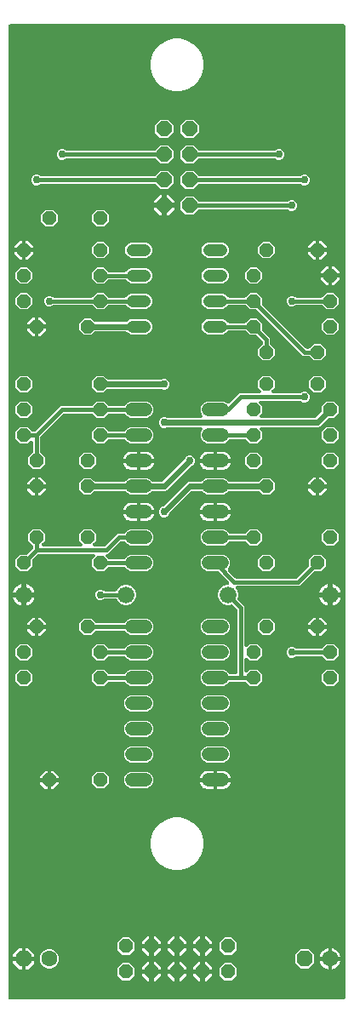
<source format=gbl>
G04 EAGLE Gerber RS-274X export*
G75*
%MOMM*%
%FSLAX34Y34*%
%LPD*%
%INBottom Copper*%
%IPPOS*%
%AMOC8*
5,1,8,0,0,1.08239X$1,22.5*%
G01*
%ADD10P,1.732040X8X202.500000*%
%ADD11C,1.600200*%
%ADD12P,1.539592X8X22.500000*%
%ADD13C,1.208000*%
%ADD14P,1.429621X8X202.500000*%
%ADD15P,1.429621X8X22.500000*%
%ADD16C,1.320800*%
%ADD17C,1.676400*%
%ADD18P,1.649562X8X292.500000*%
%ADD19C,0.609600*%
%ADD20C,0.756400*%
%ADD21C,0.406400*%

G36*
X343426Y10163D02*
X343426Y10163D01*
X343444Y10161D01*
X343626Y10182D01*
X343809Y10201D01*
X343826Y10206D01*
X343843Y10208D01*
X344018Y10265D01*
X344194Y10319D01*
X344209Y10327D01*
X344226Y10333D01*
X344386Y10423D01*
X344548Y10511D01*
X344561Y10522D01*
X344577Y10531D01*
X344716Y10651D01*
X344857Y10768D01*
X344868Y10782D01*
X344882Y10794D01*
X344994Y10939D01*
X345109Y11082D01*
X345117Y11098D01*
X345128Y11112D01*
X345210Y11277D01*
X345295Y11439D01*
X345300Y11456D01*
X345308Y11472D01*
X345355Y11651D01*
X345406Y11826D01*
X345408Y11844D01*
X345412Y11861D01*
X345439Y12192D01*
X345439Y978405D01*
X345437Y978423D01*
X345439Y978441D01*
X345417Y978623D01*
X345399Y978805D01*
X345394Y978823D01*
X345392Y978841D01*
X345335Y979014D01*
X345281Y979190D01*
X345273Y979206D01*
X345267Y979223D01*
X345177Y979383D01*
X345089Y979544D01*
X345078Y979558D01*
X345069Y979574D01*
X344949Y979712D01*
X344832Y979853D01*
X344818Y979865D01*
X344806Y979879D01*
X344661Y979991D01*
X344518Y980106D01*
X344502Y980114D01*
X344488Y980125D01*
X344323Y980207D01*
X344161Y980291D01*
X344143Y980296D01*
X344127Y980304D01*
X343950Y980352D01*
X343774Y980403D01*
X343756Y980404D01*
X343738Y980409D01*
X343407Y980436D01*
X12191Y980343D01*
X12174Y980341D01*
X12156Y980342D01*
X11974Y980321D01*
X11791Y980303D01*
X11774Y980298D01*
X11757Y980295D01*
X11582Y980239D01*
X11406Y980184D01*
X11390Y980176D01*
X11374Y980171D01*
X11214Y980080D01*
X11052Y979993D01*
X11038Y979981D01*
X11023Y979973D01*
X10884Y979852D01*
X10743Y979735D01*
X10732Y979721D01*
X10718Y979710D01*
X10606Y979564D01*
X10491Y979421D01*
X10482Y979405D01*
X10472Y979391D01*
X10390Y979226D01*
X10305Y979064D01*
X10300Y979047D01*
X10292Y979031D01*
X10244Y978852D01*
X10194Y978677D01*
X10192Y978659D01*
X10188Y978642D01*
X10161Y978311D01*
X10161Y12192D01*
X10163Y12174D01*
X10161Y12156D01*
X10182Y11974D01*
X10201Y11791D01*
X10206Y11774D01*
X10208Y11757D01*
X10265Y11582D01*
X10319Y11406D01*
X10327Y11391D01*
X10333Y11374D01*
X10423Y11214D01*
X10511Y11052D01*
X10522Y11039D01*
X10531Y11023D01*
X10651Y10884D01*
X10768Y10743D01*
X10782Y10732D01*
X10794Y10718D01*
X10939Y10606D01*
X11082Y10491D01*
X11098Y10483D01*
X11112Y10472D01*
X11277Y10390D01*
X11439Y10305D01*
X11456Y10300D01*
X11472Y10292D01*
X11651Y10245D01*
X11826Y10194D01*
X11844Y10192D01*
X11861Y10188D01*
X12192Y10161D01*
X343408Y10161D01*
X343426Y10163D01*
G37*
%LPC*%
G36*
X207679Y563371D02*
X207679Y563371D01*
X204691Y564609D01*
X202405Y566895D01*
X201167Y569883D01*
X201167Y573117D01*
X202405Y576104D01*
X202460Y576160D01*
X202466Y576167D01*
X202472Y576172D01*
X202592Y576322D01*
X202715Y576471D01*
X202719Y576479D01*
X202725Y576486D01*
X202813Y576656D01*
X202904Y576827D01*
X202906Y576835D01*
X202910Y576843D01*
X202964Y577029D01*
X203018Y577213D01*
X203019Y577222D01*
X203022Y577230D01*
X203037Y577422D01*
X203055Y577614D01*
X203054Y577623D01*
X203055Y577632D01*
X203032Y577822D01*
X203011Y578014D01*
X203009Y578022D01*
X203008Y578031D01*
X202949Y578213D01*
X202890Y578398D01*
X202886Y578406D01*
X202883Y578414D01*
X202788Y578581D01*
X202695Y578750D01*
X202689Y578757D01*
X202685Y578765D01*
X202559Y578910D01*
X202435Y579057D01*
X202428Y579063D01*
X202422Y579070D01*
X202270Y579187D01*
X202119Y579307D01*
X202111Y579311D01*
X202104Y579316D01*
X201932Y579402D01*
X201760Y579489D01*
X201751Y579492D01*
X201743Y579496D01*
X201556Y579546D01*
X201372Y579597D01*
X201363Y579598D01*
X201354Y579600D01*
X201024Y579627D01*
X168332Y579627D01*
X168301Y579624D01*
X168269Y579626D01*
X168100Y579604D01*
X167931Y579587D01*
X167901Y579578D01*
X167870Y579574D01*
X167554Y579473D01*
X166156Y578893D01*
X164044Y578893D01*
X162094Y579701D01*
X160601Y581194D01*
X159793Y583144D01*
X159793Y585256D01*
X160601Y587206D01*
X162094Y588699D01*
X164044Y589507D01*
X166156Y589507D01*
X167554Y588927D01*
X167584Y588918D01*
X167612Y588904D01*
X167777Y588860D01*
X167940Y588811D01*
X167971Y588808D01*
X168001Y588800D01*
X168332Y588773D01*
X201024Y588773D01*
X201033Y588774D01*
X201042Y588773D01*
X201232Y588794D01*
X201424Y588813D01*
X201433Y588815D01*
X201442Y588816D01*
X201625Y588874D01*
X201809Y588931D01*
X201817Y588935D01*
X201826Y588938D01*
X201994Y589031D01*
X202163Y589123D01*
X202170Y589128D01*
X202178Y589133D01*
X202325Y589258D01*
X202472Y589380D01*
X202478Y589387D01*
X202485Y589393D01*
X202605Y589545D01*
X202725Y589694D01*
X202729Y589702D01*
X202735Y589709D01*
X202823Y589882D01*
X202910Y590051D01*
X202913Y590060D01*
X202917Y590068D01*
X202968Y590253D01*
X203022Y590438D01*
X203022Y590447D01*
X203025Y590456D01*
X203039Y590648D01*
X203055Y590840D01*
X203054Y590848D01*
X203054Y590857D01*
X203030Y591049D01*
X203008Y591239D01*
X203005Y591248D01*
X203004Y591257D01*
X202943Y591438D01*
X202883Y591622D01*
X202878Y591630D01*
X202876Y591638D01*
X202780Y591804D01*
X202685Y591973D01*
X202679Y591980D01*
X202675Y591987D01*
X202460Y592240D01*
X202405Y592296D01*
X201167Y595283D01*
X201167Y598517D01*
X202405Y601505D01*
X204691Y603791D01*
X207679Y605029D01*
X224121Y605029D01*
X227109Y603791D01*
X227349Y603551D01*
X227362Y603540D01*
X227374Y603526D01*
X227518Y603412D01*
X227660Y603296D01*
X227676Y603288D01*
X227690Y603277D01*
X227854Y603193D01*
X228016Y603107D01*
X228033Y603102D01*
X228049Y603094D01*
X228225Y603045D01*
X228402Y602993D01*
X228419Y602991D01*
X228437Y602986D01*
X228620Y602973D01*
X228803Y602956D01*
X228820Y602958D01*
X228838Y602957D01*
X229021Y602980D01*
X229203Y603000D01*
X229220Y603005D01*
X229238Y603007D01*
X229412Y603066D01*
X229587Y603121D01*
X229602Y603130D01*
X229619Y603136D01*
X229779Y603227D01*
X229939Y603316D01*
X229953Y603328D01*
X229968Y603336D01*
X230221Y603551D01*
X239827Y613157D01*
X259444Y613157D01*
X259452Y613158D01*
X259461Y613157D01*
X259653Y613178D01*
X259844Y613197D01*
X259853Y613199D01*
X259862Y613200D01*
X260044Y613258D01*
X260229Y613315D01*
X260237Y613319D01*
X260246Y613322D01*
X260414Y613415D01*
X260583Y613507D01*
X260590Y613512D01*
X260598Y613517D01*
X260745Y613641D01*
X260892Y613764D01*
X260898Y613771D01*
X260905Y613777D01*
X261024Y613928D01*
X261145Y614078D01*
X261149Y614086D01*
X261154Y614093D01*
X261242Y614266D01*
X261330Y614435D01*
X261333Y614444D01*
X261337Y614452D01*
X261389Y614638D01*
X261442Y614822D01*
X261442Y614831D01*
X261445Y614840D01*
X261459Y615033D01*
X261475Y615224D01*
X261474Y615232D01*
X261474Y615241D01*
X261450Y615434D01*
X261428Y615623D01*
X261425Y615632D01*
X261424Y615641D01*
X261363Y615823D01*
X261303Y616006D01*
X261298Y616014D01*
X261296Y616022D01*
X261202Y616185D01*
X261105Y616357D01*
X261099Y616364D01*
X261095Y616371D01*
X260880Y616624D01*
X258571Y618933D01*
X258571Y625667D01*
X263333Y630429D01*
X270067Y630429D01*
X274829Y625667D01*
X274829Y618933D01*
X272520Y616624D01*
X272514Y616617D01*
X272508Y616612D01*
X272387Y616462D01*
X272265Y616313D01*
X272261Y616305D01*
X272255Y616298D01*
X272167Y616128D01*
X272076Y615957D01*
X272074Y615948D01*
X272070Y615941D01*
X272017Y615756D01*
X271962Y615571D01*
X271961Y615562D01*
X271958Y615554D01*
X271943Y615363D01*
X271925Y615170D01*
X271926Y615161D01*
X271925Y615152D01*
X271948Y614962D01*
X271969Y614770D01*
X271971Y614761D01*
X271972Y614753D01*
X272032Y614571D01*
X272090Y614386D01*
X272094Y614378D01*
X272097Y614370D01*
X272192Y614201D01*
X272285Y614034D01*
X272291Y614027D01*
X272295Y614019D01*
X272421Y613873D01*
X272545Y613727D01*
X272552Y613721D01*
X272558Y613714D01*
X272710Y613597D01*
X272861Y613477D01*
X272869Y613473D01*
X272876Y613468D01*
X273048Y613382D01*
X273220Y613295D01*
X273229Y613292D01*
X273237Y613288D01*
X273423Y613238D01*
X273608Y613187D01*
X273617Y613186D01*
X273626Y613184D01*
X273956Y613157D01*
X300010Y613157D01*
X300037Y613159D01*
X300064Y613157D01*
X300238Y613179D01*
X300411Y613197D01*
X300437Y613204D01*
X300463Y613208D01*
X300629Y613263D01*
X300796Y613315D01*
X300820Y613328D01*
X300845Y613336D01*
X300997Y613423D01*
X301150Y613507D01*
X301171Y613524D01*
X301194Y613537D01*
X301447Y613752D01*
X301794Y614099D01*
X303744Y614907D01*
X305856Y614907D01*
X307806Y614099D01*
X309299Y612606D01*
X310107Y610656D01*
X310107Y608544D01*
X309299Y606594D01*
X307806Y605101D01*
X305856Y604293D01*
X303744Y604293D01*
X301794Y605101D01*
X301447Y605448D01*
X301426Y605465D01*
X301409Y605486D01*
X301271Y605593D01*
X301135Y605703D01*
X301112Y605716D01*
X301091Y605732D01*
X300934Y605810D01*
X300780Y605892D01*
X300754Y605900D01*
X300730Y605912D01*
X300561Y605957D01*
X300394Y606007D01*
X300367Y606009D01*
X300341Y606016D01*
X300010Y606043D01*
X261256Y606043D01*
X261248Y606042D01*
X261239Y606043D01*
X261047Y606022D01*
X260856Y606003D01*
X260847Y606001D01*
X260838Y606000D01*
X260656Y605942D01*
X260471Y605885D01*
X260463Y605881D01*
X260454Y605878D01*
X260286Y605785D01*
X260117Y605693D01*
X260110Y605688D01*
X260102Y605683D01*
X259955Y605559D01*
X259808Y605436D01*
X259802Y605429D01*
X259795Y605423D01*
X259676Y605272D01*
X259555Y605122D01*
X259551Y605114D01*
X259546Y605107D01*
X259458Y604934D01*
X259370Y604765D01*
X259367Y604756D01*
X259363Y604748D01*
X259311Y604562D01*
X259258Y604378D01*
X259258Y604369D01*
X259255Y604360D01*
X259241Y604167D01*
X259225Y603976D01*
X259226Y603968D01*
X259226Y603959D01*
X259250Y603766D01*
X259272Y603577D01*
X259275Y603568D01*
X259276Y603559D01*
X259338Y603376D01*
X259397Y603194D01*
X259402Y603186D01*
X259404Y603178D01*
X259500Y603012D01*
X259595Y602843D01*
X259601Y602836D01*
X259605Y602829D01*
X259820Y602576D01*
X262129Y600267D01*
X262129Y593533D01*
X260836Y592240D01*
X260830Y592233D01*
X260824Y592228D01*
X260703Y592078D01*
X260581Y591929D01*
X260577Y591921D01*
X260571Y591914D01*
X260483Y591744D01*
X260392Y591573D01*
X260390Y591564D01*
X260386Y591557D01*
X260333Y591372D01*
X260278Y591187D01*
X260277Y591178D01*
X260274Y591170D01*
X260259Y590979D01*
X260241Y590786D01*
X260242Y590777D01*
X260241Y590768D01*
X260264Y590579D01*
X260285Y590386D01*
X260287Y590377D01*
X260288Y590369D01*
X260348Y590187D01*
X260406Y590002D01*
X260410Y589994D01*
X260413Y589986D01*
X260507Y589819D01*
X260601Y589650D01*
X260607Y589643D01*
X260611Y589635D01*
X260736Y589490D01*
X260861Y589343D01*
X260868Y589337D01*
X260874Y589330D01*
X261025Y589214D01*
X261177Y589093D01*
X261185Y589089D01*
X261192Y589084D01*
X261364Y588998D01*
X261536Y588911D01*
X261545Y588908D01*
X261553Y588904D01*
X261739Y588854D01*
X261924Y588803D01*
X261933Y588802D01*
X261942Y588800D01*
X262272Y588773D01*
X314765Y588773D01*
X314791Y588775D01*
X314818Y588773D01*
X314992Y588795D01*
X315165Y588813D01*
X315191Y588820D01*
X315217Y588824D01*
X315383Y588879D01*
X315550Y588931D01*
X315574Y588944D01*
X315599Y588952D01*
X315751Y589039D01*
X315904Y589123D01*
X315925Y589140D01*
X315948Y589153D01*
X316201Y589368D01*
X321476Y594643D01*
X321493Y594664D01*
X321514Y594681D01*
X321621Y594819D01*
X321731Y594955D01*
X321744Y594978D01*
X321760Y594999D01*
X321838Y595156D01*
X321920Y595310D01*
X321928Y595336D01*
X321940Y595360D01*
X321985Y595529D01*
X322035Y595696D01*
X322037Y595723D01*
X322044Y595749D01*
X322071Y596079D01*
X322071Y600267D01*
X326833Y605029D01*
X333567Y605029D01*
X338329Y600267D01*
X338329Y593533D01*
X333567Y588771D01*
X329379Y588771D01*
X329353Y588769D01*
X329326Y588771D01*
X329152Y588749D01*
X328979Y588731D01*
X328953Y588724D01*
X328927Y588720D01*
X328761Y588665D01*
X328594Y588613D01*
X328570Y588600D01*
X328545Y588592D01*
X328393Y588505D01*
X328240Y588421D01*
X328219Y588404D01*
X328196Y588391D01*
X327943Y588176D01*
X320090Y580323D01*
X318410Y579627D01*
X262272Y579627D01*
X262264Y579626D01*
X262255Y579627D01*
X262063Y579606D01*
X261872Y579587D01*
X261863Y579585D01*
X261854Y579584D01*
X261672Y579526D01*
X261487Y579469D01*
X261479Y579465D01*
X261470Y579462D01*
X261301Y579369D01*
X261133Y579277D01*
X261126Y579272D01*
X261118Y579267D01*
X260970Y579142D01*
X260824Y579020D01*
X260818Y579013D01*
X260811Y579007D01*
X260691Y578855D01*
X260571Y578706D01*
X260567Y578698D01*
X260562Y578691D01*
X260474Y578519D01*
X260386Y578349D01*
X260383Y578340D01*
X260379Y578332D01*
X260327Y578146D01*
X260274Y577962D01*
X260274Y577953D01*
X260271Y577944D01*
X260257Y577752D01*
X260241Y577560D01*
X260242Y577552D01*
X260242Y577543D01*
X260266Y577350D01*
X260288Y577161D01*
X260291Y577152D01*
X260292Y577143D01*
X260354Y576960D01*
X260413Y576778D01*
X260418Y576770D01*
X260420Y576762D01*
X260516Y576596D01*
X260611Y576427D01*
X260617Y576420D01*
X260621Y576413D01*
X260836Y576160D01*
X262129Y574867D01*
X262129Y568133D01*
X257367Y563371D01*
X250633Y563371D01*
X246656Y567348D01*
X246635Y567365D01*
X246618Y567386D01*
X246480Y567493D01*
X246344Y567603D01*
X246321Y567616D01*
X246300Y567632D01*
X246143Y567710D01*
X245989Y567792D01*
X245963Y567800D01*
X245939Y567812D01*
X245770Y567857D01*
X245603Y567907D01*
X245576Y567909D01*
X245550Y567916D01*
X245220Y567943D01*
X231186Y567943D01*
X231164Y567941D01*
X231142Y567943D01*
X230964Y567921D01*
X230786Y567903D01*
X230764Y567897D01*
X230742Y567894D01*
X230572Y567838D01*
X230401Y567785D01*
X230381Y567775D01*
X230360Y567767D01*
X230204Y567679D01*
X230047Y567593D01*
X230030Y567579D01*
X230010Y567568D01*
X229875Y567450D01*
X229738Y567336D01*
X229724Y567318D01*
X229707Y567303D01*
X229598Y567161D01*
X229485Y567022D01*
X229475Y567002D01*
X229461Y566984D01*
X229437Y566937D01*
X227109Y564609D01*
X226928Y564534D01*
X224121Y563371D01*
X207679Y563371D01*
G37*
%LPD*%
%LPC*%
G36*
X207679Y322071D02*
X207679Y322071D01*
X204691Y323309D01*
X202405Y325595D01*
X201167Y328583D01*
X201167Y331817D01*
X202405Y334805D01*
X204691Y337091D01*
X207679Y338329D01*
X224121Y338329D01*
X227109Y337091D01*
X229449Y334751D01*
X229500Y334656D01*
X229514Y334639D01*
X229525Y334619D01*
X229642Y334483D01*
X229756Y334346D01*
X229774Y334331D01*
X229788Y334314D01*
X229930Y334205D01*
X230069Y334092D01*
X230089Y334081D01*
X230106Y334068D01*
X230267Y333988D01*
X230425Y333905D01*
X230447Y333898D01*
X230467Y333888D01*
X230641Y333842D01*
X230812Y333792D01*
X230834Y333790D01*
X230856Y333784D01*
X231186Y333757D01*
X235712Y333757D01*
X235730Y333759D01*
X235748Y333757D01*
X235930Y333778D01*
X236113Y333797D01*
X236130Y333802D01*
X236147Y333804D01*
X236322Y333861D01*
X236498Y333915D01*
X236513Y333923D01*
X236530Y333929D01*
X236690Y334019D01*
X236852Y334107D01*
X236865Y334118D01*
X236881Y334127D01*
X237020Y334247D01*
X237161Y334364D01*
X237172Y334378D01*
X237186Y334390D01*
X237298Y334535D01*
X237413Y334678D01*
X237421Y334694D01*
X237432Y334708D01*
X237514Y334873D01*
X237599Y335035D01*
X237604Y335052D01*
X237612Y335068D01*
X237659Y335247D01*
X237710Y335422D01*
X237712Y335440D01*
X237716Y335457D01*
X237743Y335788D01*
X237743Y397735D01*
X237741Y397762D01*
X237743Y397789D01*
X237721Y397963D01*
X237703Y398136D01*
X237696Y398162D01*
X237692Y398188D01*
X237637Y398354D01*
X237585Y398521D01*
X237572Y398545D01*
X237564Y398570D01*
X237477Y398721D01*
X237393Y398875D01*
X237376Y398895D01*
X237363Y398919D01*
X237148Y399172D01*
X233585Y402735D01*
X233568Y402749D01*
X233553Y402766D01*
X233413Y402876D01*
X233274Y402990D01*
X233254Y403000D01*
X233236Y403014D01*
X233076Y403095D01*
X232918Y403178D01*
X232897Y403185D01*
X232877Y403195D01*
X232703Y403242D01*
X232532Y403293D01*
X232510Y403295D01*
X232488Y403301D01*
X232310Y403313D01*
X232131Y403330D01*
X232109Y403327D01*
X232087Y403329D01*
X231910Y403306D01*
X231731Y403286D01*
X231710Y403279D01*
X231687Y403277D01*
X231372Y403175D01*
X230571Y402843D01*
X226629Y402843D01*
X222988Y404351D01*
X220201Y407138D01*
X218693Y410779D01*
X218693Y414721D01*
X220201Y418362D01*
X222988Y421149D01*
X226629Y422657D01*
X227809Y422657D01*
X227818Y422658D01*
X227827Y422657D01*
X228021Y422678D01*
X228210Y422697D01*
X228218Y422699D01*
X228227Y422700D01*
X228411Y422758D01*
X228595Y422815D01*
X228603Y422819D01*
X228611Y422822D01*
X228779Y422914D01*
X228949Y423007D01*
X228956Y423012D01*
X228964Y423017D01*
X229111Y423141D01*
X229258Y423264D01*
X229264Y423271D01*
X229271Y423277D01*
X229390Y423429D01*
X229511Y423578D01*
X229515Y423586D01*
X229520Y423593D01*
X229608Y423766D01*
X229696Y423935D01*
X229699Y423944D01*
X229703Y423952D01*
X229754Y424138D01*
X229807Y424322D01*
X229808Y424331D01*
X229811Y424340D01*
X229825Y424533D01*
X229840Y424724D01*
X229839Y424732D01*
X229840Y424741D01*
X229816Y424934D01*
X229793Y425123D01*
X229791Y425132D01*
X229790Y425141D01*
X229728Y425324D01*
X229669Y425506D01*
X229664Y425514D01*
X229661Y425522D01*
X229565Y425689D01*
X229471Y425857D01*
X229465Y425864D01*
X229460Y425871D01*
X229246Y426124D01*
X219594Y435776D01*
X219573Y435793D01*
X219555Y435814D01*
X219418Y435921D01*
X219282Y436031D01*
X219259Y436044D01*
X219237Y436060D01*
X219080Y436138D01*
X218926Y436220D01*
X218901Y436228D01*
X218877Y436240D01*
X218707Y436285D01*
X218541Y436335D01*
X218514Y436337D01*
X218488Y436344D01*
X218157Y436371D01*
X207679Y436371D01*
X204691Y437609D01*
X202405Y439895D01*
X201167Y442883D01*
X201167Y446117D01*
X202405Y449105D01*
X204691Y451391D01*
X207679Y452629D01*
X224121Y452629D01*
X227109Y451391D01*
X229395Y449105D01*
X230633Y446117D01*
X230633Y442883D01*
X229395Y439895D01*
X228901Y439401D01*
X228890Y439388D01*
X228876Y439376D01*
X228763Y439233D01*
X228646Y439090D01*
X228638Y439074D01*
X228627Y439060D01*
X228544Y438897D01*
X228457Y438734D01*
X228452Y438717D01*
X228444Y438701D01*
X228395Y438525D01*
X228343Y438348D01*
X228341Y438331D01*
X228336Y438313D01*
X228323Y438130D01*
X228306Y437947D01*
X228308Y437930D01*
X228307Y437912D01*
X228330Y437729D01*
X228350Y437547D01*
X228355Y437530D01*
X228357Y437512D01*
X228416Y437338D01*
X228471Y437163D01*
X228480Y437148D01*
X228486Y437131D01*
X228577Y436971D01*
X228666Y436811D01*
X228678Y436797D01*
X228686Y436782D01*
X228901Y436529D01*
X235828Y429602D01*
X235849Y429585D01*
X235867Y429564D01*
X236004Y429457D01*
X236140Y429347D01*
X236163Y429334D01*
X236185Y429318D01*
X236342Y429240D01*
X236496Y429158D01*
X236521Y429150D01*
X236545Y429138D01*
X236715Y429093D01*
X236881Y429043D01*
X236908Y429041D01*
X236934Y429034D01*
X237265Y429007D01*
X296135Y429007D01*
X296162Y429009D01*
X296189Y429007D01*
X296363Y429029D01*
X296536Y429047D01*
X296561Y429054D01*
X296588Y429058D01*
X296754Y429113D01*
X296921Y429165D01*
X296944Y429178D01*
X296970Y429186D01*
X297121Y429273D01*
X297275Y429357D01*
X297295Y429374D01*
X297319Y429387D01*
X297572Y429602D01*
X308776Y440806D01*
X308793Y440827D01*
X308814Y440845D01*
X308921Y440982D01*
X309031Y441118D01*
X309044Y441141D01*
X309060Y441163D01*
X309138Y441320D01*
X309220Y441474D01*
X309228Y441499D01*
X309240Y441523D01*
X309285Y441693D01*
X309335Y441859D01*
X309337Y441886D01*
X309344Y441912D01*
X309371Y442243D01*
X309371Y447867D01*
X314133Y452629D01*
X320867Y452629D01*
X325629Y447867D01*
X325629Y441133D01*
X320867Y436371D01*
X315243Y436371D01*
X315216Y436369D01*
X315189Y436371D01*
X315015Y436349D01*
X314842Y436331D01*
X314817Y436324D01*
X314790Y436320D01*
X314624Y436265D01*
X314457Y436213D01*
X314434Y436200D01*
X314408Y436192D01*
X314257Y436105D01*
X314103Y436021D01*
X314083Y436004D01*
X314059Y435991D01*
X313806Y435776D01*
X299923Y421893D01*
X238371Y421893D01*
X238362Y421892D01*
X238353Y421893D01*
X238162Y421872D01*
X237970Y421853D01*
X237962Y421851D01*
X237953Y421850D01*
X237770Y421792D01*
X237585Y421735D01*
X237577Y421731D01*
X237569Y421728D01*
X237400Y421635D01*
X237231Y421543D01*
X237224Y421538D01*
X237217Y421533D01*
X237068Y421408D01*
X236922Y421286D01*
X236916Y421279D01*
X236910Y421273D01*
X236789Y421120D01*
X236670Y420972D01*
X236666Y420964D01*
X236660Y420957D01*
X236572Y420784D01*
X236484Y420615D01*
X236482Y420606D01*
X236478Y420598D01*
X236426Y420413D01*
X236373Y420228D01*
X236372Y420219D01*
X236370Y420210D01*
X236356Y420018D01*
X236340Y419826D01*
X236341Y419818D01*
X236340Y419809D01*
X236365Y419617D01*
X236387Y419427D01*
X236390Y419418D01*
X236391Y419409D01*
X236452Y419228D01*
X236512Y419044D01*
X236516Y419036D01*
X236519Y419028D01*
X236614Y418862D01*
X236710Y418693D01*
X236715Y418686D01*
X236720Y418679D01*
X236935Y418426D01*
X236999Y418362D01*
X238507Y414721D01*
X238507Y410779D01*
X238175Y409978D01*
X238168Y409957D01*
X238158Y409937D01*
X238110Y409764D01*
X238058Y409593D01*
X238056Y409571D01*
X238050Y409549D01*
X238037Y409370D01*
X238020Y409192D01*
X238023Y409170D01*
X238021Y409148D01*
X238043Y408970D01*
X238062Y408792D01*
X238069Y408770D01*
X238071Y408748D01*
X238128Y408579D01*
X238182Y408407D01*
X238193Y408388D01*
X238200Y408367D01*
X238289Y408211D01*
X238375Y408054D01*
X238389Y408037D01*
X238401Y408018D01*
X238615Y407765D01*
X242178Y404202D01*
X244857Y401523D01*
X244857Y362856D01*
X244858Y362848D01*
X244857Y362839D01*
X244878Y362647D01*
X244897Y362456D01*
X244899Y362447D01*
X244900Y362438D01*
X244958Y362256D01*
X245015Y362071D01*
X245019Y362063D01*
X245022Y362054D01*
X245115Y361886D01*
X245207Y361717D01*
X245212Y361710D01*
X245217Y361702D01*
X245342Y361554D01*
X245464Y361408D01*
X245471Y361402D01*
X245477Y361395D01*
X245628Y361276D01*
X245778Y361155D01*
X245786Y361151D01*
X245793Y361146D01*
X245966Y361058D01*
X246135Y360970D01*
X246144Y360967D01*
X246152Y360963D01*
X246338Y360911D01*
X246522Y360858D01*
X246531Y360858D01*
X246540Y360855D01*
X246733Y360841D01*
X246924Y360825D01*
X246932Y360826D01*
X246941Y360826D01*
X247134Y360850D01*
X247323Y360872D01*
X247332Y360875D01*
X247341Y360876D01*
X247524Y360938D01*
X247706Y360997D01*
X247714Y361002D01*
X247722Y361004D01*
X247888Y361100D01*
X248057Y361195D01*
X248064Y361201D01*
X248071Y361205D01*
X248324Y361420D01*
X250633Y363729D01*
X257367Y363729D01*
X262129Y358967D01*
X262129Y352233D01*
X257367Y347471D01*
X250633Y347471D01*
X248324Y349780D01*
X248317Y349786D01*
X248312Y349792D01*
X248162Y349913D01*
X248013Y350035D01*
X248005Y350039D01*
X247998Y350045D01*
X247828Y350133D01*
X247657Y350224D01*
X247648Y350226D01*
X247641Y350230D01*
X247456Y350283D01*
X247271Y350338D01*
X247262Y350339D01*
X247254Y350342D01*
X247063Y350357D01*
X246870Y350375D01*
X246861Y350374D01*
X246852Y350375D01*
X246663Y350352D01*
X246470Y350331D01*
X246461Y350329D01*
X246453Y350328D01*
X246271Y350268D01*
X246086Y350210D01*
X246078Y350206D01*
X246070Y350203D01*
X245901Y350108D01*
X245734Y350015D01*
X245727Y350009D01*
X245719Y350005D01*
X245573Y349879D01*
X245427Y349755D01*
X245421Y349748D01*
X245414Y349742D01*
X245297Y349590D01*
X245177Y349439D01*
X245173Y349431D01*
X245168Y349424D01*
X245082Y349252D01*
X244995Y349080D01*
X244992Y349071D01*
X244988Y349063D01*
X244938Y348877D01*
X244887Y348692D01*
X244886Y348683D01*
X244884Y348674D01*
X244857Y348344D01*
X244857Y337456D01*
X244858Y337448D01*
X244857Y337439D01*
X244878Y337247D01*
X244897Y337056D01*
X244899Y337047D01*
X244900Y337038D01*
X244958Y336856D01*
X245015Y336671D01*
X245019Y336663D01*
X245022Y336654D01*
X245115Y336486D01*
X245207Y336317D01*
X245212Y336310D01*
X245217Y336302D01*
X245342Y336154D01*
X245464Y336008D01*
X245471Y336002D01*
X245477Y335995D01*
X245628Y335876D01*
X245778Y335755D01*
X245786Y335751D01*
X245793Y335746D01*
X245966Y335658D01*
X246135Y335570D01*
X246144Y335567D01*
X246152Y335563D01*
X246338Y335511D01*
X246522Y335458D01*
X246531Y335458D01*
X246540Y335455D01*
X246733Y335441D01*
X246924Y335425D01*
X246932Y335426D01*
X246941Y335426D01*
X247134Y335450D01*
X247323Y335472D01*
X247332Y335475D01*
X247341Y335476D01*
X247524Y335538D01*
X247706Y335597D01*
X247714Y335602D01*
X247722Y335604D01*
X247888Y335700D01*
X248057Y335795D01*
X248064Y335801D01*
X248071Y335805D01*
X248324Y336020D01*
X250633Y338329D01*
X257367Y338329D01*
X262129Y333567D01*
X262129Y326833D01*
X257367Y322071D01*
X250633Y322071D01*
X246656Y326048D01*
X246635Y326065D01*
X246618Y326086D01*
X246480Y326193D01*
X246344Y326303D01*
X246321Y326316D01*
X246300Y326332D01*
X246143Y326410D01*
X245989Y326492D01*
X245963Y326500D01*
X245939Y326512D01*
X245770Y326557D01*
X245603Y326607D01*
X245576Y326609D01*
X245550Y326616D01*
X245220Y326643D01*
X231186Y326643D01*
X231164Y326641D01*
X231142Y326643D01*
X230964Y326621D01*
X230786Y326603D01*
X230764Y326597D01*
X230742Y326594D01*
X230572Y326538D01*
X230401Y326485D01*
X230381Y326475D01*
X230360Y326467D01*
X230204Y326379D01*
X230047Y326293D01*
X230030Y326279D01*
X230010Y326268D01*
X229875Y326150D01*
X229738Y326036D01*
X229724Y326018D01*
X229707Y326003D01*
X229598Y325861D01*
X229485Y325722D01*
X229475Y325702D01*
X229461Y325684D01*
X229437Y325637D01*
X227109Y323309D01*
X224121Y322071D01*
X207679Y322071D01*
G37*
%LPD*%
%LPC*%
G36*
X22033Y436371D02*
X22033Y436371D01*
X17271Y441133D01*
X17271Y447867D01*
X22033Y452629D01*
X27657Y452629D01*
X27684Y452631D01*
X27711Y452629D01*
X27885Y452651D01*
X28058Y452669D01*
X28084Y452676D01*
X28110Y452680D01*
X28276Y452735D01*
X28443Y452787D01*
X28467Y452800D01*
X28492Y452808D01*
X28643Y452895D01*
X28797Y452979D01*
X28817Y452996D01*
X28841Y453009D01*
X29094Y453224D01*
X33948Y458078D01*
X33965Y458099D01*
X33986Y458116D01*
X34093Y458254D01*
X34203Y458390D01*
X34216Y458413D01*
X34232Y458435D01*
X34310Y458592D01*
X34392Y458746D01*
X34400Y458771D01*
X34412Y458795D01*
X34457Y458965D01*
X34507Y459131D01*
X34509Y459158D01*
X34516Y459184D01*
X34543Y459515D01*
X34543Y461120D01*
X34542Y461128D01*
X34543Y461134D01*
X34541Y461151D01*
X34543Y461173D01*
X34521Y461347D01*
X34503Y461520D01*
X34496Y461546D01*
X34492Y461572D01*
X34437Y461738D01*
X34385Y461905D01*
X34372Y461929D01*
X34364Y461954D01*
X34277Y462106D01*
X34193Y462259D01*
X34176Y462280D01*
X34163Y462303D01*
X33948Y462556D01*
X29971Y466533D01*
X29971Y473267D01*
X34733Y478029D01*
X41467Y478029D01*
X46229Y473267D01*
X46229Y466533D01*
X43920Y464224D01*
X43914Y464217D01*
X43908Y464212D01*
X43787Y464062D01*
X43665Y463913D01*
X43661Y463905D01*
X43655Y463898D01*
X43567Y463728D01*
X43476Y463557D01*
X43474Y463548D01*
X43470Y463541D01*
X43417Y463356D01*
X43362Y463171D01*
X43361Y463162D01*
X43358Y463154D01*
X43343Y462962D01*
X43325Y462770D01*
X43326Y462761D01*
X43325Y462752D01*
X43348Y462563D01*
X43369Y462370D01*
X43371Y462361D01*
X43372Y462353D01*
X43432Y462171D01*
X43490Y461986D01*
X43494Y461978D01*
X43497Y461970D01*
X43592Y461801D01*
X43685Y461634D01*
X43691Y461627D01*
X43695Y461619D01*
X43821Y461473D01*
X43945Y461327D01*
X43952Y461321D01*
X43958Y461314D01*
X44110Y461197D01*
X44261Y461077D01*
X44269Y461073D01*
X44276Y461068D01*
X44448Y460982D01*
X44620Y460895D01*
X44629Y460892D01*
X44637Y460888D01*
X44823Y460838D01*
X45008Y460787D01*
X45017Y460786D01*
X45026Y460784D01*
X45356Y460757D01*
X81644Y460757D01*
X81652Y460758D01*
X81661Y460757D01*
X81853Y460778D01*
X82044Y460797D01*
X82053Y460799D01*
X82062Y460800D01*
X82244Y460858D01*
X82429Y460915D01*
X82437Y460919D01*
X82446Y460922D01*
X82614Y461015D01*
X82783Y461107D01*
X82790Y461112D01*
X82798Y461117D01*
X82945Y461241D01*
X83092Y461364D01*
X83098Y461371D01*
X83105Y461377D01*
X83224Y461528D01*
X83345Y461678D01*
X83349Y461686D01*
X83354Y461693D01*
X83442Y461866D01*
X83530Y462035D01*
X83533Y462044D01*
X83537Y462052D01*
X83589Y462238D01*
X83642Y462422D01*
X83642Y462431D01*
X83645Y462440D01*
X83659Y462633D01*
X83675Y462824D01*
X83674Y462832D01*
X83674Y462841D01*
X83650Y463034D01*
X83628Y463223D01*
X83625Y463232D01*
X83624Y463241D01*
X83562Y463424D01*
X83503Y463606D01*
X83498Y463614D01*
X83496Y463622D01*
X83400Y463788D01*
X83305Y463957D01*
X83299Y463964D01*
X83295Y463971D01*
X83080Y464224D01*
X80771Y466533D01*
X80771Y473267D01*
X85533Y478029D01*
X92267Y478029D01*
X97029Y473267D01*
X97029Y466533D01*
X94720Y464224D01*
X94714Y464217D01*
X94708Y464212D01*
X94587Y464062D01*
X94465Y463913D01*
X94461Y463905D01*
X94455Y463898D01*
X94367Y463728D01*
X94276Y463557D01*
X94274Y463548D01*
X94270Y463541D01*
X94217Y463356D01*
X94162Y463171D01*
X94161Y463162D01*
X94158Y463154D01*
X94143Y462962D01*
X94125Y462770D01*
X94126Y462761D01*
X94125Y462752D01*
X94148Y462563D01*
X94169Y462370D01*
X94171Y462361D01*
X94172Y462353D01*
X94232Y462171D01*
X94290Y461986D01*
X94294Y461978D01*
X94297Y461970D01*
X94392Y461801D01*
X94485Y461634D01*
X94491Y461627D01*
X94495Y461619D01*
X94621Y461473D01*
X94745Y461327D01*
X94752Y461321D01*
X94758Y461314D01*
X94910Y461197D01*
X95061Y461077D01*
X95069Y461073D01*
X95076Y461068D01*
X95248Y460982D01*
X95420Y460895D01*
X95429Y460892D01*
X95437Y460888D01*
X95623Y460838D01*
X95808Y460787D01*
X95817Y460786D01*
X95826Y460784D01*
X96156Y460757D01*
X105635Y460757D01*
X105662Y460759D01*
X105689Y460757D01*
X105863Y460779D01*
X106036Y460797D01*
X106061Y460804D01*
X106088Y460808D01*
X106254Y460863D01*
X106421Y460915D01*
X106444Y460928D01*
X106470Y460936D01*
X106621Y461023D01*
X106775Y461107D01*
X106795Y461124D01*
X106819Y461137D01*
X107072Y461352D01*
X119177Y473457D01*
X124414Y473457D01*
X124436Y473459D01*
X124458Y473457D01*
X124635Y473479D01*
X124814Y473497D01*
X124835Y473503D01*
X124858Y473506D01*
X125027Y473562D01*
X125199Y473615D01*
X125219Y473625D01*
X125240Y473632D01*
X125395Y473721D01*
X125553Y473807D01*
X125570Y473821D01*
X125590Y473832D01*
X125725Y473950D01*
X125862Y474064D01*
X125876Y474082D01*
X125893Y474096D01*
X126002Y474238D01*
X126115Y474378D01*
X126125Y474398D01*
X126139Y474416D01*
X126163Y474462D01*
X128491Y476791D01*
X131479Y478029D01*
X147921Y478029D01*
X150909Y476791D01*
X153195Y474505D01*
X154433Y471517D01*
X154433Y468283D01*
X153195Y465295D01*
X150909Y463009D01*
X150819Y462971D01*
X150818Y462971D01*
X147921Y461771D01*
X131479Y461771D01*
X128491Y463009D01*
X126151Y465349D01*
X126100Y465444D01*
X126086Y465461D01*
X126075Y465481D01*
X125958Y465616D01*
X125844Y465755D01*
X125826Y465769D01*
X125812Y465786D01*
X125671Y465895D01*
X125531Y466008D01*
X125511Y466019D01*
X125494Y466032D01*
X125333Y466112D01*
X125174Y466195D01*
X125153Y466202D01*
X125133Y466212D01*
X124959Y466258D01*
X124788Y466308D01*
X124766Y466310D01*
X124744Y466316D01*
X124414Y466343D01*
X122965Y466343D01*
X122938Y466341D01*
X122911Y466343D01*
X122737Y466321D01*
X122564Y466303D01*
X122539Y466296D01*
X122512Y466292D01*
X122346Y466237D01*
X122179Y466185D01*
X122156Y466172D01*
X122130Y466164D01*
X121979Y466077D01*
X121825Y465993D01*
X121805Y465976D01*
X121781Y465963D01*
X121528Y465748D01*
X109423Y453643D01*
X108856Y453643D01*
X108848Y453642D01*
X108839Y453643D01*
X108647Y453622D01*
X108456Y453603D01*
X108447Y453601D01*
X108438Y453600D01*
X108256Y453542D01*
X108071Y453485D01*
X108063Y453481D01*
X108054Y453478D01*
X107886Y453385D01*
X107717Y453293D01*
X107710Y453288D01*
X107702Y453283D01*
X107554Y453158D01*
X107408Y453036D01*
X107402Y453029D01*
X107395Y453023D01*
X107275Y452871D01*
X107155Y452722D01*
X107151Y452714D01*
X107146Y452707D01*
X107058Y452535D01*
X106970Y452365D01*
X106967Y452356D01*
X106963Y452348D01*
X106911Y452162D01*
X106858Y451978D01*
X106858Y451969D01*
X106855Y451960D01*
X106841Y451768D01*
X106825Y451576D01*
X106826Y451568D01*
X106826Y451559D01*
X106850Y451366D01*
X106872Y451177D01*
X106875Y451168D01*
X106876Y451159D01*
X106938Y450976D01*
X106997Y450794D01*
X107002Y450786D01*
X107004Y450778D01*
X107100Y450612D01*
X107195Y450443D01*
X107201Y450436D01*
X107205Y450429D01*
X107420Y450176D01*
X108944Y448652D01*
X108965Y448635D01*
X108982Y448614D01*
X109120Y448507D01*
X109256Y448397D01*
X109279Y448384D01*
X109300Y448368D01*
X109457Y448290D01*
X109611Y448208D01*
X109637Y448200D01*
X109661Y448188D01*
X109830Y448143D01*
X109997Y448093D01*
X110024Y448091D01*
X110050Y448084D01*
X110380Y448057D01*
X124414Y448057D01*
X124436Y448059D01*
X124458Y448057D01*
X124635Y448079D01*
X124814Y448097D01*
X124835Y448103D01*
X124858Y448106D01*
X125027Y448162D01*
X125199Y448215D01*
X125219Y448225D01*
X125240Y448232D01*
X125395Y448321D01*
X125553Y448407D01*
X125570Y448421D01*
X125590Y448432D01*
X125725Y448550D01*
X125862Y448664D01*
X125876Y448682D01*
X125893Y448696D01*
X126002Y448838D01*
X126115Y448978D01*
X126125Y448998D01*
X126139Y449016D01*
X126163Y449062D01*
X128491Y451391D01*
X131479Y452629D01*
X147921Y452629D01*
X150909Y451391D01*
X153195Y449105D01*
X154433Y446117D01*
X154433Y442883D01*
X153195Y439895D01*
X150909Y437609D01*
X147921Y436371D01*
X131479Y436371D01*
X128491Y437609D01*
X126151Y439949D01*
X126100Y440044D01*
X126086Y440061D01*
X126075Y440081D01*
X125958Y440216D01*
X125844Y440355D01*
X125826Y440369D01*
X125812Y440386D01*
X125671Y440495D01*
X125531Y440608D01*
X125511Y440619D01*
X125494Y440632D01*
X125333Y440712D01*
X125174Y440795D01*
X125153Y440802D01*
X125133Y440812D01*
X124959Y440858D01*
X124788Y440908D01*
X124766Y440910D01*
X124744Y440916D01*
X124414Y440943D01*
X110380Y440943D01*
X110354Y440941D01*
X110327Y440943D01*
X110153Y440921D01*
X109980Y440903D01*
X109954Y440896D01*
X109928Y440892D01*
X109762Y440837D01*
X109595Y440785D01*
X109571Y440772D01*
X109546Y440764D01*
X109394Y440677D01*
X109241Y440593D01*
X109220Y440576D01*
X109197Y440563D01*
X108944Y440348D01*
X104967Y436371D01*
X98233Y436371D01*
X93471Y441133D01*
X93471Y447867D01*
X95780Y450176D01*
X95786Y450183D01*
X95792Y450188D01*
X95913Y450338D01*
X96035Y450487D01*
X96039Y450495D01*
X96045Y450502D01*
X96133Y450672D01*
X96224Y450843D01*
X96226Y450852D01*
X96230Y450859D01*
X96283Y451044D01*
X96338Y451229D01*
X96339Y451238D01*
X96342Y451246D01*
X96357Y451437D01*
X96375Y451630D01*
X96374Y451639D01*
X96375Y451648D01*
X96352Y451837D01*
X96331Y452030D01*
X96329Y452039D01*
X96328Y452047D01*
X96268Y452229D01*
X96210Y452414D01*
X96206Y452422D01*
X96203Y452430D01*
X96108Y452599D01*
X96015Y452766D01*
X96009Y452773D01*
X96005Y452781D01*
X95879Y452927D01*
X95755Y453073D01*
X95748Y453079D01*
X95742Y453086D01*
X95590Y453203D01*
X95439Y453323D01*
X95431Y453327D01*
X95424Y453332D01*
X95252Y453418D01*
X95080Y453505D01*
X95071Y453508D01*
X95063Y453512D01*
X94877Y453562D01*
X94692Y453613D01*
X94683Y453614D01*
X94674Y453616D01*
X94344Y453643D01*
X40415Y453643D01*
X40388Y453641D01*
X40361Y453643D01*
X40187Y453621D01*
X40014Y453603D01*
X39988Y453596D01*
X39962Y453592D01*
X39796Y453537D01*
X39629Y453485D01*
X39605Y453472D01*
X39580Y453464D01*
X39429Y453377D01*
X39275Y453293D01*
X39255Y453276D01*
X39231Y453263D01*
X38978Y453048D01*
X34124Y448194D01*
X34107Y448173D01*
X34086Y448156D01*
X33979Y448018D01*
X33869Y447882D01*
X33856Y447859D01*
X33840Y447837D01*
X33762Y447680D01*
X33680Y447526D01*
X33672Y447501D01*
X33660Y447477D01*
X33615Y447307D01*
X33565Y447141D01*
X33563Y447114D01*
X33556Y447088D01*
X33529Y446757D01*
X33529Y441133D01*
X28767Y436371D01*
X22033Y436371D01*
G37*
%LPD*%
%LPC*%
G36*
X174356Y138937D02*
X174356Y138937D01*
X167702Y140720D01*
X161736Y144165D01*
X156865Y149036D01*
X153420Y155002D01*
X151637Y161656D01*
X151637Y168544D01*
X153420Y175198D01*
X156865Y181164D01*
X161736Y186035D01*
X167702Y189480D01*
X174356Y191263D01*
X181244Y191263D01*
X187898Y189480D01*
X193864Y186035D01*
X198735Y181164D01*
X202180Y175198D01*
X203963Y168544D01*
X203963Y161656D01*
X202180Y155002D01*
X198735Y149036D01*
X193864Y144165D01*
X187898Y140720D01*
X181244Y138937D01*
X174356Y138937D01*
G37*
%LPD*%
%LPC*%
G36*
X174356Y913637D02*
X174356Y913637D01*
X167702Y915420D01*
X161736Y918865D01*
X156865Y923736D01*
X153420Y929702D01*
X151637Y936356D01*
X151637Y943244D01*
X153420Y949898D01*
X156865Y955864D01*
X161736Y960735D01*
X167702Y964180D01*
X174356Y965963D01*
X181244Y965963D01*
X187898Y964180D01*
X193864Y960735D01*
X198735Y955864D01*
X202180Y949898D01*
X203963Y943244D01*
X203963Y936356D01*
X202180Y929702D01*
X198735Y923736D01*
X193864Y918865D01*
X187898Y915420D01*
X181244Y913637D01*
X174356Y913637D01*
G37*
%LPD*%
%LPC*%
G36*
X34733Y537971D02*
X34733Y537971D01*
X29971Y542733D01*
X29971Y549467D01*
X33948Y553444D01*
X33965Y553465D01*
X33986Y553482D01*
X34093Y553620D01*
X34203Y553756D01*
X34216Y553779D01*
X34232Y553800D01*
X34310Y553957D01*
X34392Y554111D01*
X34400Y554137D01*
X34412Y554161D01*
X34457Y554330D01*
X34507Y554497D01*
X34509Y554524D01*
X34516Y554550D01*
X34543Y554880D01*
X34543Y564244D01*
X34542Y564252D01*
X34543Y564261D01*
X34522Y564453D01*
X34503Y564644D01*
X34501Y564653D01*
X34500Y564662D01*
X34442Y564844D01*
X34385Y565029D01*
X34381Y565037D01*
X34378Y565046D01*
X34285Y565214D01*
X34193Y565383D01*
X34188Y565390D01*
X34183Y565398D01*
X34059Y565545D01*
X33936Y565692D01*
X33929Y565698D01*
X33923Y565705D01*
X33772Y565824D01*
X33622Y565945D01*
X33614Y565949D01*
X33607Y565954D01*
X33434Y566042D01*
X33265Y566130D01*
X33256Y566133D01*
X33248Y566137D01*
X33062Y566189D01*
X32878Y566242D01*
X32869Y566242D01*
X32860Y566245D01*
X32667Y566259D01*
X32476Y566275D01*
X32468Y566274D01*
X32459Y566274D01*
X32266Y566250D01*
X32077Y566228D01*
X32068Y566225D01*
X32059Y566224D01*
X31876Y566162D01*
X31694Y566103D01*
X31686Y566098D01*
X31678Y566096D01*
X31512Y566000D01*
X31343Y565905D01*
X31336Y565899D01*
X31329Y565895D01*
X31076Y565680D01*
X28767Y563371D01*
X22033Y563371D01*
X17271Y568133D01*
X17271Y574867D01*
X22033Y579629D01*
X28767Y579629D01*
X32744Y575652D01*
X32765Y575635D01*
X32782Y575614D01*
X32920Y575507D01*
X33056Y575397D01*
X33079Y575384D01*
X33100Y575368D01*
X33257Y575290D01*
X33411Y575208D01*
X33437Y575200D01*
X33461Y575188D01*
X33630Y575143D01*
X33797Y575093D01*
X33824Y575091D01*
X33850Y575084D01*
X34180Y575057D01*
X35785Y575057D01*
X35812Y575059D01*
X35839Y575057D01*
X36013Y575079D01*
X36186Y575097D01*
X36211Y575104D01*
X36238Y575108D01*
X36404Y575163D01*
X36571Y575215D01*
X36594Y575228D01*
X36620Y575236D01*
X36771Y575323D01*
X36925Y575407D01*
X36945Y575424D01*
X36969Y575437D01*
X37222Y575652D01*
X62027Y600457D01*
X92820Y600457D01*
X92846Y600459D01*
X92873Y600457D01*
X93047Y600479D01*
X93220Y600497D01*
X93246Y600504D01*
X93272Y600508D01*
X93438Y600563D01*
X93605Y600615D01*
X93629Y600628D01*
X93654Y600636D01*
X93806Y600723D01*
X93959Y600807D01*
X93980Y600824D01*
X94003Y600837D01*
X94256Y601052D01*
X98233Y605029D01*
X104967Y605029D01*
X108944Y601052D01*
X108965Y601035D01*
X108982Y601014D01*
X109120Y600907D01*
X109256Y600797D01*
X109279Y600784D01*
X109300Y600768D01*
X109457Y600690D01*
X109611Y600608D01*
X109637Y600600D01*
X109661Y600588D01*
X109830Y600543D01*
X109997Y600493D01*
X110024Y600491D01*
X110050Y600484D01*
X110380Y600457D01*
X124414Y600457D01*
X124436Y600459D01*
X124458Y600457D01*
X124636Y600479D01*
X124814Y600497D01*
X124836Y600503D01*
X124858Y600506D01*
X125028Y600562D01*
X125199Y600615D01*
X125219Y600625D01*
X125240Y600633D01*
X125396Y600721D01*
X125553Y600807D01*
X125570Y600821D01*
X125590Y600832D01*
X125725Y600950D01*
X125862Y601064D01*
X125876Y601082D01*
X125893Y601097D01*
X126002Y601239D01*
X126115Y601378D01*
X126125Y601398D01*
X126139Y601416D01*
X126163Y601463D01*
X128491Y603791D01*
X131479Y605029D01*
X147921Y605029D01*
X150909Y603791D01*
X153195Y601505D01*
X154433Y598517D01*
X154433Y595283D01*
X153195Y592295D01*
X150909Y590009D01*
X148253Y588909D01*
X147921Y588771D01*
X131479Y588771D01*
X128491Y590009D01*
X126151Y592349D01*
X126100Y592444D01*
X126086Y592461D01*
X126075Y592481D01*
X125958Y592617D01*
X125844Y592754D01*
X125826Y592769D01*
X125812Y592786D01*
X125671Y592895D01*
X125531Y593008D01*
X125511Y593019D01*
X125494Y593032D01*
X125333Y593112D01*
X125175Y593195D01*
X125153Y593202D01*
X125133Y593212D01*
X124959Y593258D01*
X124788Y593308D01*
X124766Y593310D01*
X124744Y593316D01*
X124414Y593343D01*
X110380Y593343D01*
X110354Y593341D01*
X110327Y593343D01*
X110153Y593321D01*
X109980Y593303D01*
X109954Y593296D01*
X109928Y593292D01*
X109762Y593236D01*
X109595Y593185D01*
X109571Y593172D01*
X109546Y593164D01*
X109394Y593077D01*
X109241Y592993D01*
X109220Y592976D01*
X109197Y592963D01*
X108944Y592748D01*
X104967Y588771D01*
X98233Y588771D01*
X94256Y592748D01*
X94235Y592765D01*
X94218Y592786D01*
X94080Y592893D01*
X93944Y593003D01*
X93921Y593016D01*
X93900Y593032D01*
X93743Y593110D01*
X93589Y593192D01*
X93563Y593200D01*
X93539Y593212D01*
X93370Y593257D01*
X93203Y593307D01*
X93176Y593309D01*
X93150Y593316D01*
X92820Y593343D01*
X65815Y593343D01*
X65788Y593341D01*
X65761Y593343D01*
X65587Y593321D01*
X65414Y593303D01*
X65389Y593296D01*
X65362Y593292D01*
X65196Y593237D01*
X65029Y593185D01*
X65006Y593172D01*
X64980Y593164D01*
X64829Y593077D01*
X64675Y592993D01*
X64655Y592976D01*
X64631Y592963D01*
X64378Y592748D01*
X42252Y570622D01*
X42235Y570601D01*
X42214Y570583D01*
X42107Y570446D01*
X41997Y570310D01*
X41984Y570287D01*
X41968Y570265D01*
X41890Y570108D01*
X41808Y569954D01*
X41800Y569929D01*
X41788Y569905D01*
X41743Y569735D01*
X41693Y569569D01*
X41691Y569542D01*
X41684Y569516D01*
X41657Y569185D01*
X41657Y554880D01*
X41659Y554854D01*
X41657Y554827D01*
X41679Y554653D01*
X41697Y554480D01*
X41704Y554454D01*
X41708Y554428D01*
X41763Y554262D01*
X41815Y554095D01*
X41828Y554071D01*
X41836Y554046D01*
X41923Y553894D01*
X42007Y553741D01*
X42024Y553720D01*
X42037Y553697D01*
X42252Y553444D01*
X46229Y549467D01*
X46229Y542733D01*
X41467Y537971D01*
X34733Y537971D01*
G37*
%LPD*%
%LPC*%
G36*
X314133Y645921D02*
X314133Y645921D01*
X310156Y649898D01*
X310135Y649915D01*
X310118Y649936D01*
X309980Y650043D01*
X309844Y650153D01*
X309821Y650166D01*
X309800Y650182D01*
X309643Y650260D01*
X309489Y650342D01*
X309463Y650350D01*
X309439Y650362D01*
X309270Y650407D01*
X309103Y650457D01*
X309076Y650459D01*
X309050Y650466D01*
X308720Y650493D01*
X303327Y650493D01*
X300648Y653172D01*
X257694Y696126D01*
X257673Y696143D01*
X257656Y696164D01*
X257518Y696271D01*
X257382Y696381D01*
X257359Y696394D01*
X257337Y696410D01*
X257180Y696488D01*
X257026Y696570D01*
X257001Y696578D01*
X256977Y696590D01*
X256807Y696635D01*
X256641Y696685D01*
X256614Y696687D01*
X256588Y696694D01*
X256257Y696721D01*
X250633Y696721D01*
X246656Y700698D01*
X246635Y700715D01*
X246618Y700736D01*
X246480Y700843D01*
X246344Y700953D01*
X246321Y700966D01*
X246300Y700982D01*
X246143Y701060D01*
X245989Y701142D01*
X245963Y701150D01*
X245939Y701162D01*
X245770Y701207D01*
X245603Y701257D01*
X245576Y701259D01*
X245550Y701266D01*
X245220Y701293D01*
X229923Y701293D01*
X229896Y701291D01*
X229869Y701293D01*
X229696Y701271D01*
X229522Y701253D01*
X229497Y701246D01*
X229470Y701242D01*
X229304Y701187D01*
X229137Y701135D01*
X229114Y701122D01*
X229088Y701114D01*
X228937Y701027D01*
X228783Y700943D01*
X228763Y700926D01*
X228739Y700913D01*
X228486Y700698D01*
X226225Y698437D01*
X223445Y697285D01*
X208355Y697285D01*
X205575Y698437D01*
X203447Y700565D01*
X202295Y703345D01*
X202295Y706355D01*
X203447Y709135D01*
X205575Y711263D01*
X208355Y712415D01*
X223445Y712415D01*
X226225Y711263D01*
X228486Y709002D01*
X228507Y708985D01*
X228525Y708964D01*
X228663Y708857D01*
X228798Y708747D01*
X228822Y708734D01*
X228843Y708718D01*
X229000Y708640D01*
X229154Y708558D01*
X229179Y708550D01*
X229203Y708538D01*
X229373Y708493D01*
X229540Y708443D01*
X229566Y708441D01*
X229592Y708434D01*
X229923Y708407D01*
X245220Y708407D01*
X245246Y708409D01*
X245273Y708407D01*
X245447Y708429D01*
X245620Y708447D01*
X245646Y708454D01*
X245672Y708458D01*
X245838Y708513D01*
X246005Y708565D01*
X246029Y708578D01*
X246054Y708586D01*
X246206Y708673D01*
X246359Y708757D01*
X246380Y708774D01*
X246403Y708787D01*
X246656Y709002D01*
X250633Y712979D01*
X257367Y712979D01*
X262129Y708217D01*
X262129Y702593D01*
X262131Y702566D01*
X262129Y702539D01*
X262151Y702365D01*
X262169Y702192D01*
X262176Y702166D01*
X262180Y702140D01*
X262235Y701974D01*
X262287Y701807D01*
X262300Y701783D01*
X262308Y701758D01*
X262395Y701607D01*
X262479Y701453D01*
X262496Y701433D01*
X262509Y701409D01*
X262724Y701156D01*
X305678Y658202D01*
X305699Y658185D01*
X305717Y658164D01*
X305854Y658057D01*
X305990Y657947D01*
X306013Y657934D01*
X306035Y657918D01*
X306192Y657840D01*
X306346Y657758D01*
X306371Y657750D01*
X306395Y657738D01*
X306565Y657693D01*
X306731Y657643D01*
X306758Y657641D01*
X306784Y657634D01*
X307115Y657607D01*
X308720Y657607D01*
X308746Y657609D01*
X308773Y657607D01*
X308947Y657629D01*
X309120Y657647D01*
X309146Y657654D01*
X309172Y657658D01*
X309338Y657713D01*
X309505Y657765D01*
X309529Y657778D01*
X309554Y657786D01*
X309706Y657873D01*
X309859Y657957D01*
X309880Y657974D01*
X309903Y657987D01*
X310156Y658202D01*
X314133Y662179D01*
X320867Y662179D01*
X325629Y657417D01*
X325629Y650683D01*
X320867Y645921D01*
X314133Y645921D01*
G37*
%LPD*%
%LPC*%
G36*
X85533Y512571D02*
X85533Y512571D01*
X80771Y517333D01*
X80771Y524067D01*
X85533Y528829D01*
X92267Y528829D01*
X95228Y525868D01*
X95249Y525851D01*
X95266Y525830D01*
X95404Y525723D01*
X95540Y525613D01*
X95563Y525600D01*
X95584Y525584D01*
X95741Y525506D01*
X95895Y525424D01*
X95921Y525416D01*
X95945Y525404D01*
X96114Y525359D01*
X96281Y525309D01*
X96308Y525307D01*
X96334Y525300D01*
X96664Y525273D01*
X125332Y525273D01*
X125358Y525275D01*
X125385Y525273D01*
X125559Y525295D01*
X125732Y525313D01*
X125758Y525320D01*
X125784Y525324D01*
X125950Y525379D01*
X126117Y525431D01*
X126141Y525444D01*
X126166Y525452D01*
X126318Y525539D01*
X126471Y525623D01*
X126492Y525640D01*
X126515Y525653D01*
X126768Y525868D01*
X128491Y527591D01*
X130172Y528287D01*
X130173Y528288D01*
X131479Y528829D01*
X147921Y528829D01*
X150909Y527591D01*
X152632Y525868D01*
X152653Y525851D01*
X152670Y525830D01*
X152808Y525723D01*
X152944Y525613D01*
X152967Y525600D01*
X152988Y525584D01*
X153145Y525506D01*
X153299Y525424D01*
X153325Y525416D01*
X153349Y525404D01*
X153518Y525359D01*
X153685Y525309D01*
X153712Y525307D01*
X153738Y525300D01*
X154068Y525273D01*
X162365Y525273D01*
X162391Y525275D01*
X162418Y525273D01*
X162592Y525295D01*
X162765Y525313D01*
X162791Y525320D01*
X162817Y525324D01*
X162983Y525379D01*
X163150Y525431D01*
X163174Y525444D01*
X163199Y525452D01*
X163351Y525539D01*
X163504Y525623D01*
X163525Y525640D01*
X163548Y525653D01*
X163801Y525868D01*
X184981Y547048D01*
X185001Y547072D01*
X185025Y547093D01*
X185129Y547228D01*
X185237Y547360D01*
X185251Y547387D01*
X185270Y547412D01*
X185422Y547707D01*
X186001Y549106D01*
X187494Y550599D01*
X187572Y550631D01*
X189444Y551407D01*
X191556Y551407D01*
X193506Y550599D01*
X194999Y549106D01*
X195807Y547156D01*
X195807Y545044D01*
X194999Y543094D01*
X193506Y541601D01*
X192107Y541022D01*
X192080Y541007D01*
X192050Y540997D01*
X191902Y540912D01*
X191752Y540832D01*
X191728Y540812D01*
X191701Y540796D01*
X191448Y540581D01*
X167690Y516823D01*
X166010Y516127D01*
X154068Y516127D01*
X154042Y516125D01*
X154015Y516127D01*
X153841Y516105D01*
X153668Y516087D01*
X153642Y516080D01*
X153616Y516076D01*
X153450Y516021D01*
X153283Y515969D01*
X153259Y515956D01*
X153234Y515948D01*
X153082Y515861D01*
X152929Y515777D01*
X152908Y515760D01*
X152885Y515747D01*
X152632Y515532D01*
X150909Y513809D01*
X147921Y512571D01*
X131479Y512571D01*
X128491Y513809D01*
X126768Y515532D01*
X126747Y515549D01*
X126730Y515570D01*
X126592Y515677D01*
X126456Y515787D01*
X126433Y515800D01*
X126412Y515816D01*
X126255Y515894D01*
X126101Y515976D01*
X126075Y515984D01*
X126051Y515996D01*
X125882Y516041D01*
X125715Y516091D01*
X125688Y516093D01*
X125662Y516100D01*
X125332Y516127D01*
X96664Y516127D01*
X96638Y516125D01*
X96611Y516127D01*
X96437Y516105D01*
X96264Y516087D01*
X96238Y516080D01*
X96212Y516076D01*
X96046Y516020D01*
X95879Y515969D01*
X95855Y515956D01*
X95830Y515948D01*
X95678Y515861D01*
X95525Y515777D01*
X95504Y515760D01*
X95481Y515747D01*
X95228Y515532D01*
X92267Y512571D01*
X85533Y512571D01*
G37*
%LPD*%
%LPC*%
G36*
X164044Y489993D02*
X164044Y489993D01*
X162094Y490801D01*
X160601Y492294D01*
X159793Y494244D01*
X159793Y496356D01*
X160601Y498306D01*
X162094Y499799D01*
X163493Y500378D01*
X163520Y500393D01*
X163550Y500403D01*
X163698Y500488D01*
X163848Y500568D01*
X163872Y500588D01*
X163899Y500604D01*
X164152Y500819D01*
X187910Y524577D01*
X189590Y525273D01*
X201532Y525273D01*
X201558Y525275D01*
X201585Y525273D01*
X201759Y525295D01*
X201932Y525313D01*
X201958Y525320D01*
X201984Y525324D01*
X202150Y525380D01*
X202317Y525431D01*
X202341Y525444D01*
X202366Y525452D01*
X202517Y525539D01*
X202671Y525623D01*
X202692Y525640D01*
X202715Y525653D01*
X202968Y525868D01*
X204691Y527591D01*
X206372Y528287D01*
X206373Y528288D01*
X207679Y528829D01*
X224121Y528829D01*
X227109Y527591D01*
X228832Y525868D01*
X228853Y525851D01*
X228870Y525830D01*
X229008Y525723D01*
X229144Y525613D01*
X229167Y525600D01*
X229188Y525584D01*
X229345Y525506D01*
X229499Y525424D01*
X229525Y525416D01*
X229549Y525404D01*
X229718Y525359D01*
X229885Y525309D01*
X229912Y525307D01*
X229938Y525300D01*
X230268Y525273D01*
X258936Y525273D01*
X258962Y525275D01*
X258989Y525273D01*
X259163Y525295D01*
X259336Y525313D01*
X259362Y525320D01*
X259388Y525324D01*
X259554Y525380D01*
X259721Y525431D01*
X259745Y525444D01*
X259770Y525452D01*
X259922Y525539D01*
X260075Y525623D01*
X260096Y525640D01*
X260119Y525653D01*
X260372Y525868D01*
X263333Y528829D01*
X270067Y528829D01*
X274829Y524067D01*
X274829Y517333D01*
X270067Y512571D01*
X263333Y512571D01*
X260372Y515532D01*
X260351Y515549D01*
X260334Y515570D01*
X260196Y515677D01*
X260060Y515787D01*
X260037Y515800D01*
X260016Y515816D01*
X259859Y515894D01*
X259705Y515976D01*
X259679Y515984D01*
X259655Y515996D01*
X259486Y516041D01*
X259319Y516091D01*
X259292Y516093D01*
X259266Y516100D01*
X258936Y516127D01*
X230268Y516127D01*
X230242Y516125D01*
X230215Y516127D01*
X230041Y516105D01*
X229868Y516087D01*
X229842Y516080D01*
X229816Y516076D01*
X229650Y516020D01*
X229483Y515969D01*
X229459Y515956D01*
X229434Y515948D01*
X229283Y515861D01*
X229129Y515777D01*
X229108Y515760D01*
X229085Y515747D01*
X228832Y515532D01*
X227109Y513809D01*
X224121Y512571D01*
X207679Y512571D01*
X204691Y513809D01*
X202968Y515532D01*
X202947Y515549D01*
X202930Y515570D01*
X202792Y515677D01*
X202656Y515787D01*
X202633Y515800D01*
X202612Y515816D01*
X202455Y515894D01*
X202301Y515976D01*
X202275Y515984D01*
X202251Y515996D01*
X202082Y516041D01*
X201915Y516091D01*
X201888Y516093D01*
X201862Y516100D01*
X201532Y516127D01*
X193235Y516127D01*
X193209Y516125D01*
X193182Y516127D01*
X193008Y516105D01*
X192835Y516087D01*
X192809Y516080D01*
X192783Y516076D01*
X192617Y516021D01*
X192450Y515969D01*
X192426Y515956D01*
X192401Y515948D01*
X192249Y515861D01*
X192096Y515777D01*
X192075Y515760D01*
X192052Y515747D01*
X191799Y515532D01*
X170619Y494352D01*
X170599Y494328D01*
X170575Y494307D01*
X170471Y494172D01*
X170363Y494040D01*
X170349Y494013D01*
X170330Y493988D01*
X170178Y493693D01*
X169599Y492294D01*
X168106Y490801D01*
X166156Y489993D01*
X164044Y489993D01*
G37*
%LPD*%
%LPC*%
G36*
X161312Y816355D02*
X161312Y816355D01*
X156319Y821348D01*
X156298Y821365D01*
X156281Y821386D01*
X156143Y821493D01*
X156008Y821603D01*
X155984Y821616D01*
X155963Y821632D01*
X155806Y821710D01*
X155652Y821792D01*
X155626Y821800D01*
X155602Y821812D01*
X155433Y821857D01*
X155266Y821907D01*
X155239Y821909D01*
X155213Y821916D01*
X154883Y821943D01*
X42890Y821943D01*
X42863Y821941D01*
X42836Y821943D01*
X42662Y821921D01*
X42489Y821903D01*
X42463Y821896D01*
X42437Y821892D01*
X42271Y821837D01*
X42104Y821785D01*
X42080Y821772D01*
X42055Y821764D01*
X41903Y821677D01*
X41750Y821593D01*
X41729Y821576D01*
X41706Y821563D01*
X41453Y821348D01*
X41106Y821001D01*
X39156Y820193D01*
X37044Y820193D01*
X35094Y821001D01*
X33601Y822494D01*
X32793Y824444D01*
X32793Y826556D01*
X33601Y828506D01*
X35094Y829999D01*
X37044Y830807D01*
X39156Y830807D01*
X41106Y829999D01*
X41453Y829652D01*
X41474Y829635D01*
X41491Y829614D01*
X41630Y829507D01*
X41765Y829397D01*
X41788Y829384D01*
X41809Y829368D01*
X41966Y829290D01*
X42120Y829208D01*
X42146Y829200D01*
X42170Y829188D01*
X42339Y829143D01*
X42506Y829093D01*
X42533Y829091D01*
X42559Y829084D01*
X42890Y829057D01*
X154883Y829057D01*
X154909Y829059D01*
X154936Y829057D01*
X155110Y829079D01*
X155283Y829097D01*
X155309Y829104D01*
X155336Y829108D01*
X155501Y829163D01*
X155668Y829215D01*
X155692Y829228D01*
X155717Y829236D01*
X155869Y829323D01*
X156022Y829407D01*
X156043Y829424D01*
X156066Y829437D01*
X156319Y829652D01*
X161312Y834645D01*
X168888Y834645D01*
X174245Y829288D01*
X174245Y821712D01*
X168888Y816355D01*
X161312Y816355D01*
G37*
%LPD*%
%LPC*%
G36*
X186712Y816355D02*
X186712Y816355D01*
X181355Y821712D01*
X181355Y829288D01*
X186712Y834645D01*
X194288Y834645D01*
X199281Y829652D01*
X199302Y829635D01*
X199319Y829614D01*
X199457Y829507D01*
X199592Y829397D01*
X199616Y829384D01*
X199637Y829368D01*
X199794Y829290D01*
X199948Y829208D01*
X199974Y829200D01*
X199998Y829188D01*
X200167Y829143D01*
X200334Y829093D01*
X200361Y829091D01*
X200387Y829084D01*
X200717Y829057D01*
X300010Y829057D01*
X300037Y829059D01*
X300064Y829057D01*
X300238Y829079D01*
X300411Y829097D01*
X300437Y829104D01*
X300463Y829108D01*
X300629Y829163D01*
X300796Y829215D01*
X300820Y829228D01*
X300845Y829236D01*
X300997Y829323D01*
X301150Y829407D01*
X301171Y829424D01*
X301194Y829437D01*
X301447Y829652D01*
X301794Y829999D01*
X303744Y830807D01*
X305856Y830807D01*
X307806Y829999D01*
X309299Y828506D01*
X310107Y826556D01*
X310107Y824444D01*
X309299Y822494D01*
X307806Y821001D01*
X305856Y820193D01*
X303744Y820193D01*
X301794Y821001D01*
X301447Y821348D01*
X301426Y821365D01*
X301409Y821386D01*
X301271Y821493D01*
X301135Y821603D01*
X301112Y821616D01*
X301091Y821632D01*
X300934Y821710D01*
X300780Y821792D01*
X300754Y821800D01*
X300730Y821812D01*
X300561Y821857D01*
X300394Y821907D01*
X300367Y821909D01*
X300341Y821916D01*
X300010Y821943D01*
X200717Y821943D01*
X200691Y821941D01*
X200664Y821943D01*
X200490Y821921D01*
X200317Y821903D01*
X200291Y821896D01*
X200264Y821892D01*
X200099Y821837D01*
X199932Y821785D01*
X199908Y821772D01*
X199883Y821764D01*
X199731Y821677D01*
X199578Y821593D01*
X199557Y821576D01*
X199534Y821563D01*
X199281Y821348D01*
X194288Y816355D01*
X186712Y816355D01*
G37*
%LPD*%
%LPC*%
G36*
X98233Y696721D02*
X98233Y696721D01*
X94256Y700698D01*
X94235Y700715D01*
X94218Y700736D01*
X94080Y700843D01*
X93944Y700953D01*
X93921Y700966D01*
X93900Y700982D01*
X93743Y701060D01*
X93589Y701142D01*
X93563Y701150D01*
X93539Y701162D01*
X93370Y701207D01*
X93203Y701257D01*
X93176Y701259D01*
X93150Y701266D01*
X92820Y701293D01*
X55590Y701293D01*
X55563Y701291D01*
X55536Y701293D01*
X55362Y701271D01*
X55189Y701253D01*
X55163Y701246D01*
X55137Y701242D01*
X54971Y701187D01*
X54804Y701135D01*
X54780Y701122D01*
X54755Y701114D01*
X54603Y701027D01*
X54450Y700943D01*
X54429Y700926D01*
X54406Y700913D01*
X54153Y700698D01*
X53806Y700351D01*
X51856Y699543D01*
X49744Y699543D01*
X47794Y700351D01*
X46301Y701844D01*
X45493Y703794D01*
X45493Y705906D01*
X46301Y707856D01*
X47794Y709349D01*
X49744Y710157D01*
X51856Y710157D01*
X53806Y709349D01*
X54153Y709002D01*
X54174Y708985D01*
X54191Y708964D01*
X54329Y708857D01*
X54465Y708747D01*
X54488Y708734D01*
X54509Y708718D01*
X54666Y708640D01*
X54820Y708558D01*
X54846Y708550D01*
X54870Y708538D01*
X55039Y708493D01*
X55206Y708443D01*
X55233Y708441D01*
X55259Y708434D01*
X55590Y708407D01*
X92820Y708407D01*
X92846Y708409D01*
X92873Y708407D01*
X93047Y708429D01*
X93220Y708447D01*
X93246Y708454D01*
X93272Y708458D01*
X93438Y708513D01*
X93605Y708565D01*
X93629Y708578D01*
X93654Y708586D01*
X93806Y708673D01*
X93959Y708757D01*
X93980Y708774D01*
X94003Y708787D01*
X94256Y709002D01*
X98233Y712979D01*
X104967Y712979D01*
X108944Y709002D01*
X108965Y708985D01*
X108982Y708964D01*
X109120Y708857D01*
X109256Y708747D01*
X109279Y708734D01*
X109300Y708718D01*
X109457Y708640D01*
X109611Y708558D01*
X109637Y708550D01*
X109661Y708538D01*
X109830Y708493D01*
X109997Y708443D01*
X110024Y708441D01*
X110050Y708434D01*
X110380Y708407D01*
X125677Y708407D01*
X125704Y708409D01*
X125731Y708407D01*
X125904Y708429D01*
X126078Y708447D01*
X126103Y708454D01*
X126130Y708458D01*
X126296Y708513D01*
X126463Y708565D01*
X126486Y708578D01*
X126512Y708586D01*
X126663Y708673D01*
X126817Y708757D01*
X126837Y708774D01*
X126861Y708787D01*
X127114Y709002D01*
X129375Y711263D01*
X132155Y712415D01*
X147245Y712415D01*
X150025Y711263D01*
X152153Y709135D01*
X153305Y706355D01*
X153305Y703345D01*
X152153Y700565D01*
X150025Y698437D01*
X147245Y697285D01*
X132155Y697285D01*
X129375Y698437D01*
X127114Y700698D01*
X127093Y700715D01*
X127075Y700736D01*
X126937Y700843D01*
X126802Y700953D01*
X126778Y700966D01*
X126757Y700982D01*
X126600Y701060D01*
X126446Y701142D01*
X126421Y701150D01*
X126397Y701162D01*
X126227Y701207D01*
X126060Y701257D01*
X126034Y701259D01*
X126008Y701266D01*
X125677Y701293D01*
X110380Y701293D01*
X110354Y701291D01*
X110327Y701293D01*
X110153Y701271D01*
X109980Y701253D01*
X109954Y701246D01*
X109928Y701242D01*
X109762Y701187D01*
X109595Y701135D01*
X109571Y701122D01*
X109546Y701114D01*
X109394Y701027D01*
X109241Y700943D01*
X109220Y700926D01*
X109197Y700913D01*
X108944Y700698D01*
X104967Y696721D01*
X98233Y696721D01*
G37*
%LPD*%
%LPC*%
G36*
X263333Y645921D02*
X263333Y645921D01*
X258571Y650683D01*
X258571Y657417D01*
X262548Y661394D01*
X262565Y661415D01*
X262586Y661432D01*
X262693Y661570D01*
X262803Y661706D01*
X262816Y661729D01*
X262832Y661750D01*
X262910Y661907D01*
X262992Y662061D01*
X263000Y662087D01*
X263012Y662111D01*
X263057Y662280D01*
X263107Y662447D01*
X263109Y662474D01*
X263116Y662500D01*
X263143Y662830D01*
X263143Y664435D01*
X263141Y664462D01*
X263143Y664489D01*
X263121Y664663D01*
X263103Y664836D01*
X263096Y664861D01*
X263092Y664888D01*
X263037Y665054D01*
X262985Y665221D01*
X262972Y665245D01*
X262964Y665270D01*
X262877Y665421D01*
X262793Y665575D01*
X262776Y665595D01*
X262763Y665619D01*
X262548Y665872D01*
X257694Y670726D01*
X257673Y670743D01*
X257656Y670764D01*
X257518Y670871D01*
X257382Y670981D01*
X257359Y670994D01*
X257337Y671010D01*
X257181Y671088D01*
X257027Y671170D01*
X257001Y671178D01*
X256977Y671190D01*
X256808Y671235D01*
X256641Y671285D01*
X256614Y671287D01*
X256588Y671294D01*
X256257Y671321D01*
X250633Y671321D01*
X246656Y675298D01*
X246635Y675315D01*
X246618Y675336D01*
X246480Y675443D01*
X246344Y675553D01*
X246321Y675566D01*
X246300Y675582D01*
X246143Y675660D01*
X245989Y675742D01*
X245963Y675750D01*
X245939Y675762D01*
X245770Y675807D01*
X245603Y675857D01*
X245576Y675859D01*
X245550Y675866D01*
X245220Y675893D01*
X229923Y675893D01*
X229896Y675891D01*
X229869Y675893D01*
X229696Y675871D01*
X229522Y675853D01*
X229497Y675846D01*
X229470Y675842D01*
X229304Y675787D01*
X229137Y675735D01*
X229114Y675722D01*
X229088Y675714D01*
X228937Y675627D01*
X228783Y675543D01*
X228763Y675526D01*
X228739Y675513D01*
X228486Y675298D01*
X226225Y673037D01*
X223445Y671885D01*
X208355Y671885D01*
X205575Y673037D01*
X203447Y675165D01*
X202295Y677945D01*
X202295Y680955D01*
X203447Y683735D01*
X205575Y685863D01*
X207656Y686725D01*
X208355Y687015D01*
X223445Y687015D01*
X226225Y685863D01*
X228486Y683602D01*
X228507Y683585D01*
X228525Y683564D01*
X228663Y683457D01*
X228798Y683347D01*
X228822Y683334D01*
X228843Y683318D01*
X229000Y683240D01*
X229154Y683158D01*
X229179Y683150D01*
X229203Y683138D01*
X229373Y683093D01*
X229540Y683043D01*
X229566Y683041D01*
X229592Y683034D01*
X229923Y683007D01*
X245220Y683007D01*
X245246Y683009D01*
X245273Y683007D01*
X245447Y683029D01*
X245620Y683047D01*
X245646Y683054D01*
X245672Y683058D01*
X245838Y683113D01*
X246005Y683165D01*
X246029Y683178D01*
X246054Y683186D01*
X246206Y683273D01*
X246359Y683357D01*
X246380Y683374D01*
X246403Y683387D01*
X246656Y683602D01*
X250633Y687579D01*
X257367Y687579D01*
X262129Y682817D01*
X262129Y677193D01*
X262131Y677166D01*
X262129Y677139D01*
X262151Y676965D01*
X262169Y676792D01*
X262176Y676766D01*
X262180Y676740D01*
X262236Y676574D01*
X262287Y676407D01*
X262300Y676383D01*
X262308Y676358D01*
X262395Y676207D01*
X262479Y676053D01*
X262496Y676033D01*
X262509Y676009D01*
X262724Y675756D01*
X267578Y670902D01*
X270257Y668223D01*
X270257Y662830D01*
X270259Y662804D01*
X270257Y662777D01*
X270279Y662603D01*
X270297Y662430D01*
X270304Y662404D01*
X270308Y662378D01*
X270363Y662212D01*
X270415Y662045D01*
X270428Y662021D01*
X270436Y661996D01*
X270523Y661844D01*
X270607Y661691D01*
X270624Y661670D01*
X270637Y661647D01*
X270852Y661394D01*
X274829Y657417D01*
X274829Y650683D01*
X270067Y645921D01*
X263333Y645921D01*
G37*
%LPD*%
%LPC*%
G36*
X186712Y790955D02*
X186712Y790955D01*
X181355Y796312D01*
X181355Y803888D01*
X186712Y809245D01*
X194288Y809245D01*
X199281Y804252D01*
X199302Y804235D01*
X199319Y804214D01*
X199457Y804107D01*
X199592Y803997D01*
X199616Y803984D01*
X199637Y803968D01*
X199794Y803890D01*
X199948Y803808D01*
X199974Y803800D01*
X199998Y803788D01*
X200167Y803743D01*
X200334Y803693D01*
X200361Y803691D01*
X200387Y803684D01*
X200717Y803657D01*
X287310Y803657D01*
X287337Y803659D01*
X287364Y803657D01*
X287538Y803679D01*
X287711Y803697D01*
X287737Y803704D01*
X287763Y803708D01*
X287929Y803763D01*
X288096Y803815D01*
X288120Y803828D01*
X288145Y803836D01*
X288297Y803923D01*
X288450Y804007D01*
X288471Y804024D01*
X288494Y804037D01*
X288747Y804252D01*
X289094Y804599D01*
X291044Y805407D01*
X293156Y805407D01*
X295106Y804599D01*
X296599Y803106D01*
X297407Y801156D01*
X297407Y799044D01*
X296599Y797094D01*
X295106Y795601D01*
X293156Y794793D01*
X291044Y794793D01*
X289094Y795601D01*
X288747Y795948D01*
X288726Y795965D01*
X288709Y795986D01*
X288571Y796093D01*
X288435Y796203D01*
X288412Y796216D01*
X288391Y796232D01*
X288234Y796310D01*
X288080Y796392D01*
X288054Y796400D01*
X288030Y796412D01*
X287861Y796457D01*
X287694Y796507D01*
X287667Y796509D01*
X287641Y796516D01*
X287310Y796543D01*
X200717Y796543D01*
X200691Y796541D01*
X200664Y796543D01*
X200490Y796521D01*
X200317Y796503D01*
X200291Y796496D01*
X200264Y796492D01*
X200099Y796437D01*
X199932Y796385D01*
X199908Y796372D01*
X199883Y796364D01*
X199731Y796277D01*
X199578Y796193D01*
X199557Y796176D01*
X199534Y796163D01*
X199281Y795948D01*
X194288Y790955D01*
X186712Y790955D01*
G37*
%LPD*%
%LPC*%
G36*
X161312Y841755D02*
X161312Y841755D01*
X156319Y846748D01*
X156298Y846765D01*
X156281Y846786D01*
X156143Y846893D01*
X156008Y847003D01*
X155984Y847016D01*
X155963Y847032D01*
X155806Y847110D01*
X155652Y847192D01*
X155626Y847200D01*
X155602Y847212D01*
X155433Y847257D01*
X155266Y847307D01*
X155239Y847309D01*
X155214Y847316D01*
X154883Y847343D01*
X68290Y847343D01*
X68263Y847341D01*
X68236Y847343D01*
X68062Y847321D01*
X67889Y847303D01*
X67863Y847296D01*
X67837Y847292D01*
X67671Y847237D01*
X67504Y847185D01*
X67480Y847172D01*
X67455Y847164D01*
X67303Y847077D01*
X67150Y846993D01*
X67129Y846976D01*
X67106Y846963D01*
X66853Y846748D01*
X66506Y846401D01*
X64556Y845593D01*
X62444Y845593D01*
X60494Y846401D01*
X59001Y847894D01*
X58193Y849844D01*
X58193Y851956D01*
X59001Y853906D01*
X60494Y855399D01*
X62444Y856207D01*
X64556Y856207D01*
X66506Y855399D01*
X66853Y855052D01*
X66874Y855035D01*
X66891Y855014D01*
X67029Y854907D01*
X67165Y854797D01*
X67188Y854784D01*
X67209Y854768D01*
X67366Y854690D01*
X67520Y854608D01*
X67546Y854600D01*
X67570Y854588D01*
X67739Y854543D01*
X67906Y854493D01*
X67933Y854491D01*
X67959Y854484D01*
X68290Y854457D01*
X154883Y854457D01*
X154909Y854459D01*
X154936Y854457D01*
X155110Y854479D01*
X155283Y854497D01*
X155309Y854504D01*
X155336Y854508D01*
X155501Y854564D01*
X155668Y854615D01*
X155692Y854628D01*
X155717Y854636D01*
X155869Y854723D01*
X156022Y854807D01*
X156043Y854824D01*
X156066Y854837D01*
X156319Y855052D01*
X161312Y860045D01*
X168888Y860045D01*
X174245Y854688D01*
X174245Y847112D01*
X168888Y841755D01*
X161312Y841755D01*
G37*
%LPD*%
%LPC*%
G36*
X186712Y841755D02*
X186712Y841755D01*
X181355Y847112D01*
X181355Y854688D01*
X186712Y860045D01*
X194288Y860045D01*
X199281Y855052D01*
X199302Y855035D01*
X199319Y855014D01*
X199457Y854907D01*
X199592Y854797D01*
X199616Y854784D01*
X199637Y854768D01*
X199794Y854690D01*
X199948Y854608D01*
X199974Y854600D01*
X199998Y854588D01*
X200167Y854543D01*
X200334Y854493D01*
X200361Y854491D01*
X200387Y854484D01*
X200717Y854457D01*
X274610Y854457D01*
X274637Y854459D01*
X274664Y854457D01*
X274838Y854479D01*
X275011Y854497D01*
X275037Y854504D01*
X275063Y854508D01*
X275229Y854563D01*
X275396Y854615D01*
X275420Y854628D01*
X275445Y854636D01*
X275597Y854723D01*
X275750Y854807D01*
X275771Y854824D01*
X275794Y854837D01*
X276047Y855052D01*
X276394Y855399D01*
X278344Y856207D01*
X280456Y856207D01*
X282406Y855399D01*
X283899Y853906D01*
X284707Y851956D01*
X284707Y849844D01*
X283899Y847894D01*
X282406Y846401D01*
X280456Y845593D01*
X278344Y845593D01*
X276394Y846401D01*
X276047Y846748D01*
X276026Y846765D01*
X276009Y846786D01*
X275871Y846893D01*
X275735Y847003D01*
X275712Y847016D01*
X275691Y847032D01*
X275534Y847110D01*
X275380Y847192D01*
X275354Y847200D01*
X275330Y847212D01*
X275161Y847257D01*
X274994Y847307D01*
X274967Y847309D01*
X274941Y847316D01*
X274610Y847343D01*
X200717Y847343D01*
X200691Y847341D01*
X200664Y847343D01*
X200490Y847321D01*
X200317Y847303D01*
X200291Y847296D01*
X200264Y847292D01*
X200099Y847237D01*
X199932Y847185D01*
X199908Y847172D01*
X199883Y847164D01*
X199731Y847077D01*
X199578Y846993D01*
X199557Y846976D01*
X199534Y846963D01*
X199281Y846748D01*
X194288Y841755D01*
X186712Y841755D01*
G37*
%LPD*%
%LPC*%
G36*
X85533Y671321D02*
X85533Y671321D01*
X80771Y676083D01*
X80771Y682817D01*
X85533Y687579D01*
X92267Y687579D01*
X95228Y684618D01*
X95249Y684601D01*
X95266Y684580D01*
X95404Y684473D01*
X95540Y684363D01*
X95563Y684350D01*
X95584Y684334D01*
X95741Y684256D01*
X95895Y684174D01*
X95921Y684166D01*
X95945Y684154D01*
X96114Y684109D01*
X96281Y684059D01*
X96308Y684057D01*
X96334Y684050D01*
X96664Y684023D01*
X126693Y684023D01*
X126720Y684025D01*
X126747Y684023D01*
X126920Y684045D01*
X127094Y684063D01*
X127119Y684070D01*
X127146Y684074D01*
X127312Y684129D01*
X127479Y684181D01*
X127502Y684194D01*
X127528Y684202D01*
X127679Y684289D01*
X127833Y684373D01*
X127853Y684390D01*
X127877Y684403D01*
X128130Y684618D01*
X129375Y685863D01*
X131456Y686725D01*
X132155Y687015D01*
X147245Y687015D01*
X150025Y685863D01*
X152153Y683735D01*
X153305Y680955D01*
X153305Y677945D01*
X152153Y675165D01*
X150025Y673037D01*
X147245Y671885D01*
X132155Y671885D01*
X129375Y673037D01*
X128130Y674282D01*
X128109Y674299D01*
X128091Y674320D01*
X127953Y674427D01*
X127818Y674537D01*
X127794Y674550D01*
X127773Y674566D01*
X127616Y674644D01*
X127462Y674726D01*
X127437Y674734D01*
X127413Y674746D01*
X127243Y674791D01*
X127076Y674841D01*
X127050Y674843D01*
X127024Y674850D01*
X126693Y674877D01*
X96664Y674877D01*
X96638Y674875D01*
X96611Y674877D01*
X96437Y674855D01*
X96264Y674837D01*
X96238Y674830D01*
X96212Y674826D01*
X96046Y674770D01*
X95879Y674719D01*
X95855Y674706D01*
X95830Y674698D01*
X95678Y674611D01*
X95525Y674527D01*
X95504Y674510D01*
X95481Y674497D01*
X95228Y674282D01*
X92267Y671321D01*
X85533Y671321D01*
G37*
%LPD*%
%LPC*%
G36*
X85533Y372871D02*
X85533Y372871D01*
X80771Y377633D01*
X80771Y384367D01*
X85533Y389129D01*
X92267Y389129D01*
X96244Y385152D01*
X96265Y385135D01*
X96282Y385114D01*
X96420Y385007D01*
X96556Y384897D01*
X96579Y384884D01*
X96600Y384868D01*
X96757Y384790D01*
X96911Y384708D01*
X96937Y384700D01*
X96961Y384688D01*
X97130Y384643D01*
X97297Y384593D01*
X97324Y384591D01*
X97350Y384584D01*
X97680Y384557D01*
X124414Y384557D01*
X124436Y384559D01*
X124458Y384557D01*
X124636Y384579D01*
X124814Y384597D01*
X124836Y384603D01*
X124858Y384606D01*
X125028Y384662D01*
X125199Y384715D01*
X125219Y384725D01*
X125240Y384733D01*
X125396Y384821D01*
X125553Y384907D01*
X125570Y384921D01*
X125590Y384932D01*
X125725Y385050D01*
X125862Y385164D01*
X125876Y385182D01*
X125893Y385197D01*
X126002Y385339D01*
X126115Y385478D01*
X126125Y385498D01*
X126139Y385516D01*
X126163Y385563D01*
X128491Y387891D01*
X129071Y388131D01*
X131479Y389129D01*
X147921Y389129D01*
X150909Y387891D01*
X153195Y385605D01*
X154433Y382617D01*
X154433Y379383D01*
X153195Y376395D01*
X150909Y374109D01*
X147921Y372871D01*
X131479Y372871D01*
X128491Y374109D01*
X126151Y376449D01*
X126100Y376544D01*
X126086Y376561D01*
X126075Y376581D01*
X125958Y376717D01*
X125844Y376854D01*
X125826Y376869D01*
X125812Y376886D01*
X125671Y376995D01*
X125531Y377108D01*
X125511Y377119D01*
X125494Y377132D01*
X125333Y377212D01*
X125175Y377295D01*
X125153Y377302D01*
X125133Y377312D01*
X124959Y377358D01*
X124788Y377408D01*
X124766Y377410D01*
X124744Y377416D01*
X124414Y377443D01*
X97680Y377443D01*
X97654Y377441D01*
X97627Y377443D01*
X97453Y377421D01*
X97280Y377403D01*
X97254Y377396D01*
X97228Y377392D01*
X97062Y377337D01*
X96895Y377285D01*
X96871Y377272D01*
X96846Y377264D01*
X96694Y377177D01*
X96541Y377093D01*
X96520Y377076D01*
X96497Y377063D01*
X96244Y376848D01*
X92267Y372871D01*
X85533Y372871D01*
G37*
%LPD*%
%LPC*%
G36*
X98233Y614171D02*
X98233Y614171D01*
X93471Y618933D01*
X93471Y625667D01*
X98233Y630429D01*
X104967Y630429D01*
X107928Y627468D01*
X107949Y627451D01*
X107966Y627430D01*
X108104Y627323D01*
X108240Y627213D01*
X108263Y627200D01*
X108284Y627184D01*
X108441Y627106D01*
X108595Y627024D01*
X108621Y627016D01*
X108645Y627004D01*
X108814Y626959D01*
X108981Y626909D01*
X109008Y626907D01*
X109034Y626900D01*
X109364Y626873D01*
X161868Y626873D01*
X161899Y626876D01*
X161931Y626874D01*
X162100Y626896D01*
X162269Y626913D01*
X162299Y626922D01*
X162330Y626926D01*
X162646Y627027D01*
X164044Y627607D01*
X166156Y627607D01*
X168106Y626799D01*
X169599Y625306D01*
X170407Y623356D01*
X170407Y621244D01*
X169599Y619294D01*
X168106Y617801D01*
X166156Y616993D01*
X164044Y616993D01*
X162646Y617573D01*
X162616Y617582D01*
X162588Y617596D01*
X162423Y617640D01*
X162260Y617689D01*
X162229Y617692D01*
X162199Y617700D01*
X161868Y617727D01*
X109364Y617727D01*
X109338Y617725D01*
X109311Y617727D01*
X109137Y617705D01*
X108964Y617687D01*
X108938Y617680D01*
X108912Y617676D01*
X108746Y617621D01*
X108579Y617569D01*
X108555Y617556D01*
X108530Y617548D01*
X108378Y617461D01*
X108225Y617377D01*
X108204Y617360D01*
X108181Y617347D01*
X107928Y617132D01*
X104967Y614171D01*
X98233Y614171D01*
G37*
%LPD*%
%LPC*%
G36*
X207679Y461771D02*
X207679Y461771D01*
X204691Y463009D01*
X202405Y465295D01*
X201167Y468283D01*
X201167Y471517D01*
X202405Y474505D01*
X204691Y476791D01*
X207679Y478029D01*
X224121Y478029D01*
X227109Y476791D01*
X229449Y474451D01*
X229500Y474356D01*
X229514Y474339D01*
X229525Y474319D01*
X229642Y474184D01*
X229756Y474045D01*
X229774Y474031D01*
X229788Y474014D01*
X229930Y473905D01*
X230069Y473792D01*
X230089Y473781D01*
X230106Y473768D01*
X230267Y473688D01*
X230426Y473605D01*
X230447Y473598D01*
X230467Y473588D01*
X230641Y473542D01*
X230812Y473492D01*
X230834Y473490D01*
X230856Y473484D01*
X231186Y473457D01*
X245220Y473457D01*
X245246Y473459D01*
X245273Y473457D01*
X245447Y473479D01*
X245620Y473497D01*
X245646Y473504D01*
X245672Y473508D01*
X245838Y473563D01*
X246005Y473615D01*
X246029Y473628D01*
X246054Y473636D01*
X246206Y473723D01*
X246359Y473807D01*
X246380Y473824D01*
X246403Y473837D01*
X246656Y474052D01*
X250633Y478029D01*
X257367Y478029D01*
X262129Y473267D01*
X262129Y466533D01*
X257367Y461771D01*
X250633Y461771D01*
X246656Y465748D01*
X246635Y465765D01*
X246618Y465786D01*
X246480Y465893D01*
X246344Y466003D01*
X246321Y466016D01*
X246300Y466032D01*
X246143Y466110D01*
X245989Y466192D01*
X245963Y466200D01*
X245939Y466212D01*
X245770Y466257D01*
X245603Y466307D01*
X245576Y466309D01*
X245550Y466316D01*
X245220Y466343D01*
X231186Y466343D01*
X231164Y466341D01*
X231142Y466343D01*
X230965Y466321D01*
X230786Y466303D01*
X230765Y466297D01*
X230742Y466294D01*
X230573Y466238D01*
X230401Y466185D01*
X230381Y466175D01*
X230360Y466168D01*
X230205Y466079D01*
X230047Y465993D01*
X230030Y465979D01*
X230010Y465968D01*
X229875Y465850D01*
X229738Y465736D01*
X229724Y465718D01*
X229707Y465704D01*
X229598Y465562D01*
X229485Y465422D01*
X229475Y465402D01*
X229461Y465384D01*
X229437Y465338D01*
X227109Y463009D01*
X227019Y462971D01*
X227018Y462971D01*
X224121Y461771D01*
X207679Y461771D01*
G37*
%LPD*%
%LPC*%
G36*
X98233Y322071D02*
X98233Y322071D01*
X93471Y326833D01*
X93471Y333567D01*
X98233Y338329D01*
X104967Y338329D01*
X108944Y334352D01*
X108965Y334335D01*
X108982Y334314D01*
X109120Y334207D01*
X109256Y334097D01*
X109279Y334084D01*
X109300Y334068D01*
X109457Y333990D01*
X109611Y333908D01*
X109637Y333900D01*
X109661Y333888D01*
X109830Y333843D01*
X109997Y333793D01*
X110024Y333791D01*
X110050Y333784D01*
X110380Y333757D01*
X124414Y333757D01*
X124436Y333759D01*
X124458Y333757D01*
X124635Y333779D01*
X124814Y333797D01*
X124835Y333803D01*
X124858Y333806D01*
X125027Y333862D01*
X125199Y333915D01*
X125219Y333925D01*
X125240Y333932D01*
X125395Y334021D01*
X125553Y334107D01*
X125570Y334121D01*
X125590Y334132D01*
X125725Y334250D01*
X125862Y334364D01*
X125876Y334382D01*
X125893Y334396D01*
X126002Y334538D01*
X126115Y334678D01*
X126125Y334698D01*
X126139Y334716D01*
X126163Y334762D01*
X128491Y337091D01*
X131479Y338329D01*
X147921Y338329D01*
X150909Y337091D01*
X153195Y334805D01*
X154433Y331817D01*
X154433Y328583D01*
X153195Y325595D01*
X150909Y323309D01*
X147921Y322071D01*
X131479Y322071D01*
X128491Y323309D01*
X126151Y325649D01*
X126100Y325744D01*
X126086Y325761D01*
X126075Y325781D01*
X125958Y325916D01*
X125844Y326055D01*
X125826Y326069D01*
X125812Y326086D01*
X125671Y326195D01*
X125531Y326308D01*
X125511Y326319D01*
X125494Y326332D01*
X125333Y326412D01*
X125174Y326495D01*
X125153Y326502D01*
X125133Y326512D01*
X124959Y326558D01*
X124788Y326608D01*
X124766Y326610D01*
X124744Y326616D01*
X124414Y326643D01*
X110380Y326643D01*
X110354Y326641D01*
X110327Y326643D01*
X110153Y326621D01*
X109980Y326603D01*
X109954Y326596D01*
X109928Y326592D01*
X109762Y326537D01*
X109595Y326485D01*
X109571Y326472D01*
X109546Y326464D01*
X109394Y326377D01*
X109241Y326293D01*
X109220Y326276D01*
X109197Y326263D01*
X108944Y326048D01*
X104967Y322071D01*
X98233Y322071D01*
G37*
%LPD*%
%LPC*%
G36*
X98233Y347471D02*
X98233Y347471D01*
X93471Y352233D01*
X93471Y358967D01*
X98233Y363729D01*
X104967Y363729D01*
X108944Y359752D01*
X108965Y359735D01*
X108982Y359714D01*
X109120Y359607D01*
X109256Y359497D01*
X109279Y359484D01*
X109300Y359468D01*
X109457Y359390D01*
X109611Y359308D01*
X109637Y359300D01*
X109661Y359288D01*
X109830Y359243D01*
X109997Y359193D01*
X110024Y359191D01*
X110050Y359184D01*
X110380Y359157D01*
X124414Y359157D01*
X124436Y359159D01*
X124458Y359157D01*
X124635Y359179D01*
X124814Y359197D01*
X124835Y359203D01*
X124858Y359206D01*
X125027Y359262D01*
X125199Y359315D01*
X125219Y359325D01*
X125240Y359332D01*
X125395Y359421D01*
X125553Y359507D01*
X125570Y359521D01*
X125590Y359532D01*
X125725Y359650D01*
X125862Y359764D01*
X125876Y359782D01*
X125893Y359796D01*
X126002Y359938D01*
X126115Y360078D01*
X126125Y360098D01*
X126139Y360116D01*
X126163Y360162D01*
X128491Y362491D01*
X131479Y363729D01*
X147921Y363729D01*
X150909Y362491D01*
X153195Y360205D01*
X154433Y357217D01*
X154433Y353983D01*
X153195Y350995D01*
X150909Y348709D01*
X147921Y347471D01*
X131479Y347471D01*
X128491Y348709D01*
X126151Y351049D01*
X126100Y351144D01*
X126086Y351161D01*
X126075Y351181D01*
X125958Y351316D01*
X125844Y351455D01*
X125826Y351469D01*
X125812Y351486D01*
X125671Y351595D01*
X125531Y351708D01*
X125511Y351719D01*
X125494Y351732D01*
X125333Y351812D01*
X125174Y351895D01*
X125153Y351902D01*
X125133Y351912D01*
X124959Y351958D01*
X124788Y352008D01*
X124766Y352010D01*
X124744Y352016D01*
X124414Y352043D01*
X110380Y352043D01*
X110354Y352041D01*
X110327Y352043D01*
X110153Y352021D01*
X109980Y352003D01*
X109954Y351996D01*
X109928Y351992D01*
X109762Y351937D01*
X109595Y351885D01*
X109571Y351872D01*
X109546Y351864D01*
X109394Y351777D01*
X109241Y351693D01*
X109220Y351676D01*
X109197Y351663D01*
X108944Y351448D01*
X104967Y347471D01*
X98233Y347471D01*
G37*
%LPD*%
%LPC*%
G36*
X98233Y563371D02*
X98233Y563371D01*
X93471Y568133D01*
X93471Y574867D01*
X98233Y579629D01*
X104967Y579629D01*
X108944Y575652D01*
X108965Y575635D01*
X108982Y575614D01*
X109120Y575507D01*
X109256Y575397D01*
X109279Y575384D01*
X109300Y575368D01*
X109457Y575290D01*
X109611Y575208D01*
X109637Y575200D01*
X109661Y575188D01*
X109830Y575143D01*
X109997Y575093D01*
X110024Y575091D01*
X110050Y575084D01*
X110380Y575057D01*
X124414Y575057D01*
X124436Y575059D01*
X124458Y575057D01*
X124635Y575079D01*
X124814Y575097D01*
X124835Y575103D01*
X124858Y575106D01*
X125027Y575162D01*
X125199Y575215D01*
X125219Y575225D01*
X125240Y575232D01*
X125395Y575321D01*
X125553Y575407D01*
X125570Y575421D01*
X125590Y575432D01*
X125725Y575550D01*
X125862Y575664D01*
X125876Y575682D01*
X125893Y575696D01*
X126002Y575838D01*
X126115Y575978D01*
X126125Y575998D01*
X126139Y576016D01*
X126163Y576062D01*
X128491Y578391D01*
X131479Y579629D01*
X147921Y579629D01*
X150909Y578391D01*
X153195Y576105D01*
X154433Y573117D01*
X154433Y569883D01*
X153195Y566895D01*
X150909Y564609D01*
X150728Y564534D01*
X147921Y563371D01*
X131479Y563371D01*
X128491Y564609D01*
X126151Y566949D01*
X126100Y567044D01*
X126086Y567061D01*
X126075Y567081D01*
X125958Y567216D01*
X125844Y567355D01*
X125826Y567369D01*
X125812Y567386D01*
X125671Y567495D01*
X125531Y567608D01*
X125511Y567619D01*
X125494Y567632D01*
X125333Y567712D01*
X125174Y567795D01*
X125153Y567802D01*
X125133Y567812D01*
X124959Y567858D01*
X124788Y567908D01*
X124766Y567910D01*
X124744Y567916D01*
X124414Y567943D01*
X110380Y567943D01*
X110354Y567941D01*
X110327Y567943D01*
X110153Y567921D01*
X109980Y567903D01*
X109954Y567896D01*
X109928Y567892D01*
X109762Y567836D01*
X109595Y567785D01*
X109571Y567772D01*
X109546Y567764D01*
X109394Y567677D01*
X109241Y567593D01*
X109220Y567576D01*
X109197Y567563D01*
X108944Y567348D01*
X104967Y563371D01*
X98233Y563371D01*
G37*
%LPD*%
%LPC*%
G36*
X98233Y722121D02*
X98233Y722121D01*
X93471Y726883D01*
X93471Y733617D01*
X98233Y738379D01*
X104967Y738379D01*
X108944Y734402D01*
X108965Y734385D01*
X108982Y734364D01*
X109120Y734257D01*
X109256Y734147D01*
X109279Y734134D01*
X109300Y734118D01*
X109457Y734040D01*
X109611Y733958D01*
X109637Y733950D01*
X109661Y733938D01*
X109830Y733893D01*
X109997Y733843D01*
X110024Y733841D01*
X110050Y733834D01*
X110380Y733807D01*
X125677Y733807D01*
X125704Y733809D01*
X125731Y733807D01*
X125904Y733829D01*
X126078Y733847D01*
X126103Y733854D01*
X126130Y733858D01*
X126296Y733913D01*
X126463Y733965D01*
X126486Y733978D01*
X126512Y733986D01*
X126663Y734073D01*
X126817Y734157D01*
X126837Y734174D01*
X126861Y734187D01*
X127114Y734402D01*
X129375Y736663D01*
X132155Y737815D01*
X147245Y737815D01*
X150025Y736663D01*
X152153Y734535D01*
X153305Y731755D01*
X153305Y728745D01*
X152153Y725965D01*
X150025Y723837D01*
X147245Y722685D01*
X132155Y722685D01*
X129375Y723837D01*
X127114Y726098D01*
X127093Y726115D01*
X127075Y726136D01*
X126937Y726243D01*
X126802Y726353D01*
X126778Y726366D01*
X126757Y726382D01*
X126600Y726460D01*
X126446Y726542D01*
X126421Y726550D01*
X126397Y726562D01*
X126227Y726607D01*
X126060Y726657D01*
X126034Y726659D01*
X126008Y726666D01*
X125677Y726693D01*
X110380Y726693D01*
X110354Y726691D01*
X110327Y726693D01*
X110153Y726671D01*
X109980Y726653D01*
X109954Y726646D01*
X109928Y726642D01*
X109762Y726587D01*
X109595Y726535D01*
X109571Y726522D01*
X109546Y726514D01*
X109394Y726427D01*
X109241Y726343D01*
X109220Y726326D01*
X109197Y726313D01*
X108944Y726098D01*
X104967Y722121D01*
X98233Y722121D01*
G37*
%LPD*%
%LPC*%
G36*
X326833Y696721D02*
X326833Y696721D01*
X322856Y700698D01*
X322835Y700715D01*
X322818Y700736D01*
X322680Y700843D01*
X322544Y700953D01*
X322521Y700966D01*
X322500Y700982D01*
X322343Y701060D01*
X322189Y701142D01*
X322163Y701150D01*
X322139Y701162D01*
X321970Y701207D01*
X321803Y701257D01*
X321776Y701259D01*
X321750Y701266D01*
X321420Y701293D01*
X296890Y701293D01*
X296863Y701291D01*
X296836Y701293D01*
X296662Y701271D01*
X296489Y701253D01*
X296463Y701246D01*
X296437Y701242D01*
X296271Y701187D01*
X296104Y701135D01*
X296080Y701122D01*
X296055Y701114D01*
X295903Y701027D01*
X295750Y700943D01*
X295729Y700926D01*
X295706Y700913D01*
X295453Y700698D01*
X295106Y700351D01*
X293156Y699543D01*
X291044Y699543D01*
X289094Y700351D01*
X287601Y701844D01*
X286793Y703794D01*
X286793Y705906D01*
X287601Y707856D01*
X289094Y709349D01*
X291044Y710157D01*
X293156Y710157D01*
X295106Y709349D01*
X295453Y709002D01*
X295474Y708985D01*
X295491Y708964D01*
X295629Y708857D01*
X295765Y708747D01*
X295788Y708734D01*
X295809Y708718D01*
X295966Y708640D01*
X296120Y708558D01*
X296146Y708550D01*
X296170Y708538D01*
X296339Y708493D01*
X296506Y708443D01*
X296533Y708441D01*
X296559Y708434D01*
X296890Y708407D01*
X321420Y708407D01*
X321446Y708409D01*
X321473Y708407D01*
X321647Y708429D01*
X321820Y708447D01*
X321846Y708454D01*
X321872Y708458D01*
X322038Y708513D01*
X322205Y708565D01*
X322229Y708578D01*
X322254Y708586D01*
X322406Y708673D01*
X322559Y708757D01*
X322580Y708774D01*
X322603Y708787D01*
X322856Y709002D01*
X326833Y712979D01*
X333567Y712979D01*
X338329Y708217D01*
X338329Y701483D01*
X333567Y696721D01*
X326833Y696721D01*
G37*
%LPD*%
%LPC*%
G36*
X326833Y347471D02*
X326833Y347471D01*
X322856Y351448D01*
X322835Y351465D01*
X322818Y351486D01*
X322680Y351593D01*
X322544Y351703D01*
X322521Y351716D01*
X322500Y351732D01*
X322343Y351810D01*
X322189Y351892D01*
X322163Y351900D01*
X322139Y351912D01*
X321970Y351957D01*
X321803Y352007D01*
X321776Y352009D01*
X321750Y352016D01*
X321420Y352043D01*
X296890Y352043D01*
X296863Y352041D01*
X296836Y352043D01*
X296662Y352021D01*
X296489Y352003D01*
X296463Y351996D01*
X296437Y351992D01*
X296271Y351937D01*
X296104Y351885D01*
X296080Y351872D01*
X296055Y351864D01*
X295903Y351777D01*
X295750Y351693D01*
X295729Y351676D01*
X295706Y351663D01*
X295453Y351448D01*
X295106Y351101D01*
X293156Y350293D01*
X291044Y350293D01*
X289094Y351101D01*
X287601Y352594D01*
X286793Y354544D01*
X286793Y356656D01*
X287601Y358606D01*
X289094Y360099D01*
X291044Y360907D01*
X293156Y360907D01*
X295106Y360099D01*
X295453Y359752D01*
X295474Y359735D01*
X295491Y359714D01*
X295629Y359607D01*
X295765Y359497D01*
X295788Y359484D01*
X295809Y359468D01*
X295966Y359390D01*
X296120Y359308D01*
X296146Y359300D01*
X296170Y359288D01*
X296339Y359243D01*
X296506Y359193D01*
X296533Y359191D01*
X296559Y359184D01*
X296890Y359157D01*
X321420Y359157D01*
X321446Y359159D01*
X321473Y359157D01*
X321647Y359179D01*
X321820Y359197D01*
X321846Y359204D01*
X321872Y359208D01*
X322038Y359264D01*
X322205Y359315D01*
X322229Y359328D01*
X322254Y359336D01*
X322406Y359423D01*
X322559Y359507D01*
X322580Y359524D01*
X322603Y359537D01*
X322856Y359752D01*
X326833Y363729D01*
X333567Y363729D01*
X338329Y358967D01*
X338329Y352233D01*
X333567Y347471D01*
X326833Y347471D01*
G37*
%LPD*%
%LPC*%
G36*
X125029Y402843D02*
X125029Y402843D01*
X121388Y404351D01*
X118601Y407138D01*
X118270Y407939D01*
X118259Y407959D01*
X118252Y407980D01*
X118164Y408136D01*
X118079Y408294D01*
X118065Y408311D01*
X118054Y408331D01*
X117937Y408466D01*
X117823Y408605D01*
X117806Y408619D01*
X117791Y408636D01*
X117650Y408745D01*
X117510Y408858D01*
X117491Y408869D01*
X117473Y408882D01*
X117313Y408962D01*
X117154Y409045D01*
X117132Y409052D01*
X117113Y409062D01*
X116939Y409108D01*
X116767Y409158D01*
X116745Y409160D01*
X116724Y409166D01*
X116393Y409193D01*
X106390Y409193D01*
X106363Y409191D01*
X106336Y409193D01*
X106162Y409171D01*
X105989Y409153D01*
X105963Y409146D01*
X105937Y409142D01*
X105771Y409087D01*
X105604Y409035D01*
X105580Y409022D01*
X105555Y409014D01*
X105403Y408927D01*
X105250Y408843D01*
X105229Y408826D01*
X105206Y408813D01*
X104953Y408598D01*
X104606Y408251D01*
X102656Y407443D01*
X100544Y407443D01*
X98594Y408251D01*
X97101Y409744D01*
X96293Y411694D01*
X96293Y413806D01*
X97101Y415756D01*
X98594Y417249D01*
X100544Y418057D01*
X102656Y418057D01*
X104606Y417249D01*
X104953Y416902D01*
X104974Y416885D01*
X104991Y416864D01*
X105129Y416757D01*
X105265Y416647D01*
X105288Y416634D01*
X105309Y416618D01*
X105466Y416540D01*
X105620Y416458D01*
X105646Y416450D01*
X105670Y416438D01*
X105839Y416393D01*
X106006Y416343D01*
X106033Y416341D01*
X106059Y416334D01*
X106390Y416307D01*
X116393Y416307D01*
X116415Y416309D01*
X116437Y416307D01*
X116615Y416329D01*
X116794Y416347D01*
X116815Y416353D01*
X116837Y416356D01*
X117008Y416412D01*
X117179Y416465D01*
X117198Y416475D01*
X117219Y416482D01*
X117375Y416571D01*
X117533Y416657D01*
X117550Y416671D01*
X117569Y416682D01*
X117705Y416800D01*
X117842Y416914D01*
X117856Y416932D01*
X117873Y416946D01*
X117982Y417089D01*
X118094Y417228D01*
X118104Y417248D01*
X118118Y417265D01*
X118270Y417561D01*
X118601Y418362D01*
X121388Y421149D01*
X125029Y422657D01*
X128971Y422657D01*
X132612Y421149D01*
X135399Y418362D01*
X136907Y414721D01*
X136907Y410779D01*
X135399Y407138D01*
X132612Y404351D01*
X128971Y402843D01*
X125029Y402843D01*
G37*
%LPD*%
%LPC*%
G36*
X207679Y347471D02*
X207679Y347471D01*
X204691Y348709D01*
X202405Y350995D01*
X201167Y353983D01*
X201167Y357217D01*
X202405Y360205D01*
X204691Y362491D01*
X207679Y363729D01*
X224121Y363729D01*
X227109Y362491D01*
X229395Y360205D01*
X230633Y357217D01*
X230633Y353983D01*
X229395Y350995D01*
X227109Y348709D01*
X224121Y347471D01*
X207679Y347471D01*
G37*
%LPD*%
%LPC*%
G36*
X207679Y296671D02*
X207679Y296671D01*
X204691Y297909D01*
X202405Y300195D01*
X201167Y303183D01*
X201167Y306417D01*
X202405Y309405D01*
X204691Y311691D01*
X207679Y312929D01*
X224121Y312929D01*
X227109Y311691D01*
X229395Y309405D01*
X230633Y306417D01*
X230633Y303183D01*
X229395Y300195D01*
X227109Y297909D01*
X224121Y296671D01*
X207679Y296671D01*
G37*
%LPD*%
%LPC*%
G36*
X131479Y296671D02*
X131479Y296671D01*
X128491Y297909D01*
X126205Y300195D01*
X124967Y303183D01*
X124967Y306417D01*
X126205Y309405D01*
X128491Y311691D01*
X131479Y312929D01*
X147921Y312929D01*
X150909Y311691D01*
X153195Y309405D01*
X154433Y306417D01*
X154433Y303183D01*
X153195Y300195D01*
X150909Y297909D01*
X147921Y296671D01*
X131479Y296671D01*
G37*
%LPD*%
%LPC*%
G36*
X131479Y220471D02*
X131479Y220471D01*
X128491Y221709D01*
X126205Y223995D01*
X124967Y226983D01*
X124967Y230217D01*
X126205Y233205D01*
X128491Y235491D01*
X131479Y236729D01*
X147921Y236729D01*
X150909Y235491D01*
X153195Y233205D01*
X154433Y230217D01*
X154433Y226983D01*
X153195Y223995D01*
X150909Y221709D01*
X147921Y220471D01*
X131479Y220471D01*
G37*
%LPD*%
%LPC*%
G36*
X131479Y245871D02*
X131479Y245871D01*
X128491Y247109D01*
X126205Y249395D01*
X124967Y252383D01*
X124967Y255617D01*
X126205Y258605D01*
X128491Y260891D01*
X131479Y262129D01*
X147921Y262129D01*
X150909Y260891D01*
X153195Y258605D01*
X154433Y255617D01*
X154433Y252383D01*
X153195Y249395D01*
X150909Y247109D01*
X147921Y245871D01*
X131479Y245871D01*
G37*
%LPD*%
%LPC*%
G36*
X207679Y245871D02*
X207679Y245871D01*
X204691Y247109D01*
X202405Y249395D01*
X201167Y252383D01*
X201167Y255617D01*
X202405Y258605D01*
X204691Y260891D01*
X207679Y262129D01*
X224121Y262129D01*
X227109Y260891D01*
X229395Y258605D01*
X230633Y255617D01*
X230633Y252383D01*
X229395Y249395D01*
X227109Y247109D01*
X224121Y245871D01*
X207679Y245871D01*
G37*
%LPD*%
%LPC*%
G36*
X207679Y271271D02*
X207679Y271271D01*
X204691Y272509D01*
X202405Y274795D01*
X201167Y277783D01*
X201167Y281017D01*
X202405Y284005D01*
X204691Y286291D01*
X205361Y286569D01*
X205362Y286569D01*
X207679Y287529D01*
X224121Y287529D01*
X227109Y286291D01*
X229395Y284005D01*
X230633Y281017D01*
X230633Y277783D01*
X229395Y274795D01*
X227109Y272509D01*
X224121Y271271D01*
X207679Y271271D01*
G37*
%LPD*%
%LPC*%
G36*
X131479Y271271D02*
X131479Y271271D01*
X128491Y272509D01*
X126205Y274795D01*
X124967Y277783D01*
X124967Y281017D01*
X126205Y284005D01*
X128491Y286291D01*
X129161Y286569D01*
X129162Y286569D01*
X131479Y287529D01*
X147921Y287529D01*
X150909Y286291D01*
X153195Y284005D01*
X154433Y281017D01*
X154433Y277783D01*
X153195Y274795D01*
X150909Y272509D01*
X147921Y271271D01*
X131479Y271271D01*
G37*
%LPD*%
%LPC*%
G36*
X207679Y372871D02*
X207679Y372871D01*
X204691Y374109D01*
X202405Y376395D01*
X201167Y379383D01*
X201167Y382617D01*
X202405Y385605D01*
X204691Y387891D01*
X205271Y388131D01*
X207679Y389129D01*
X224121Y389129D01*
X227109Y387891D01*
X229395Y385605D01*
X230633Y382617D01*
X230633Y379383D01*
X229395Y376395D01*
X227109Y374109D01*
X224121Y372871D01*
X207679Y372871D01*
G37*
%LPD*%
%LPC*%
G36*
X208355Y748085D02*
X208355Y748085D01*
X205575Y749237D01*
X203447Y751365D01*
X202295Y754145D01*
X202295Y757155D01*
X203447Y759935D01*
X205575Y762063D01*
X208355Y763215D01*
X223445Y763215D01*
X226225Y762063D01*
X228353Y759935D01*
X229505Y757155D01*
X229505Y754145D01*
X228353Y751365D01*
X226225Y749237D01*
X223445Y748085D01*
X208355Y748085D01*
G37*
%LPD*%
%LPC*%
G36*
X208355Y722685D02*
X208355Y722685D01*
X205575Y723837D01*
X203447Y725965D01*
X202295Y728745D01*
X202295Y731755D01*
X203447Y734535D01*
X205575Y736663D01*
X208355Y737815D01*
X223445Y737815D01*
X226225Y736663D01*
X228353Y734535D01*
X229505Y731755D01*
X229505Y728745D01*
X228353Y725965D01*
X226225Y723837D01*
X223445Y722685D01*
X208355Y722685D01*
G37*
%LPD*%
%LPC*%
G36*
X132155Y748085D02*
X132155Y748085D01*
X129375Y749237D01*
X127247Y751365D01*
X126095Y754145D01*
X126095Y757155D01*
X127247Y759935D01*
X129375Y762063D01*
X132155Y763215D01*
X147245Y763215D01*
X150025Y762063D01*
X152153Y759935D01*
X153305Y757155D01*
X153305Y754145D01*
X152153Y751365D01*
X150025Y749237D01*
X147245Y748085D01*
X132155Y748085D01*
G37*
%LPD*%
%LPC*%
G36*
X300854Y41274D02*
X300854Y41274D01*
X295274Y46854D01*
X295274Y54746D01*
X300854Y60326D01*
X308746Y60326D01*
X314326Y54746D01*
X314326Y46854D01*
X308746Y41274D01*
X300854Y41274D01*
G37*
%LPD*%
%LPC*%
G36*
X48905Y41274D02*
X48905Y41274D01*
X45404Y42724D01*
X42724Y45404D01*
X41274Y48905D01*
X41274Y52695D01*
X42724Y56196D01*
X45404Y58876D01*
X48905Y60326D01*
X52695Y60326D01*
X56196Y58876D01*
X58876Y56196D01*
X60326Y52695D01*
X60326Y48905D01*
X58876Y45404D01*
X56196Y42724D01*
X52695Y41274D01*
X48905Y41274D01*
G37*
%LPD*%
%LPC*%
G36*
X186712Y867155D02*
X186712Y867155D01*
X181355Y872512D01*
X181355Y880088D01*
X186712Y885445D01*
X194288Y885445D01*
X199645Y880088D01*
X199645Y872512D01*
X194288Y867155D01*
X186712Y867155D01*
G37*
%LPD*%
%LPC*%
G36*
X161312Y867155D02*
X161312Y867155D01*
X155955Y872512D01*
X155955Y880088D01*
X161312Y885445D01*
X168888Y885445D01*
X174245Y880088D01*
X174245Y872512D01*
X168888Y867155D01*
X161312Y867155D01*
G37*
%LPD*%
%LPC*%
G36*
X225023Y54863D02*
X225023Y54863D01*
X219963Y59923D01*
X219963Y67077D01*
X225023Y72137D01*
X232177Y72137D01*
X237237Y67077D01*
X237237Y59923D01*
X232177Y54863D01*
X225023Y54863D01*
G37*
%LPD*%
%LPC*%
G36*
X225023Y29463D02*
X225023Y29463D01*
X219963Y34523D01*
X219963Y41677D01*
X225023Y46737D01*
X232177Y46737D01*
X237237Y41677D01*
X237237Y34523D01*
X232177Y29463D01*
X225023Y29463D01*
G37*
%LPD*%
%LPC*%
G36*
X123423Y29463D02*
X123423Y29463D01*
X118363Y34523D01*
X118363Y41677D01*
X123423Y46737D01*
X130577Y46737D01*
X135637Y41677D01*
X135637Y34523D01*
X130577Y29463D01*
X123423Y29463D01*
G37*
%LPD*%
%LPC*%
G36*
X123423Y54863D02*
X123423Y54863D01*
X118363Y59923D01*
X118363Y67077D01*
X123423Y72137D01*
X130577Y72137D01*
X135637Y67077D01*
X135637Y59923D01*
X130577Y54863D01*
X123423Y54863D01*
G37*
%LPD*%
%LPC*%
G36*
X314133Y614171D02*
X314133Y614171D01*
X309371Y618933D01*
X309371Y625667D01*
X314133Y630429D01*
X320867Y630429D01*
X325629Y625667D01*
X325629Y618933D01*
X320867Y614171D01*
X314133Y614171D01*
G37*
%LPD*%
%LPC*%
G36*
X22033Y614171D02*
X22033Y614171D01*
X17271Y618933D01*
X17271Y625667D01*
X22033Y630429D01*
X28767Y630429D01*
X33529Y625667D01*
X33529Y618933D01*
X28767Y614171D01*
X22033Y614171D01*
G37*
%LPD*%
%LPC*%
G36*
X98233Y220471D02*
X98233Y220471D01*
X93471Y225233D01*
X93471Y231967D01*
X98233Y236729D01*
X104967Y236729D01*
X109729Y231967D01*
X109729Y225233D01*
X104967Y220471D01*
X98233Y220471D01*
G37*
%LPD*%
%LPC*%
G36*
X22033Y588771D02*
X22033Y588771D01*
X17271Y593533D01*
X17271Y600267D01*
X22033Y605029D01*
X28767Y605029D01*
X33529Y600267D01*
X33529Y593533D01*
X28767Y588771D01*
X22033Y588771D01*
G37*
%LPD*%
%LPC*%
G36*
X22033Y696721D02*
X22033Y696721D01*
X17271Y701483D01*
X17271Y708217D01*
X22033Y712979D01*
X28767Y712979D01*
X33529Y708217D01*
X33529Y701483D01*
X28767Y696721D01*
X22033Y696721D01*
G37*
%LPD*%
%LPC*%
G36*
X326833Y563371D02*
X326833Y563371D01*
X322071Y568133D01*
X322071Y574867D01*
X326833Y579629D01*
X333567Y579629D01*
X338329Y574867D01*
X338329Y568133D01*
X333567Y563371D01*
X326833Y563371D01*
G37*
%LPD*%
%LPC*%
G36*
X326833Y461771D02*
X326833Y461771D01*
X322071Y466533D01*
X322071Y473267D01*
X326833Y478029D01*
X333567Y478029D01*
X338329Y473267D01*
X338329Y466533D01*
X333567Y461771D01*
X326833Y461771D01*
G37*
%LPD*%
%LPC*%
G36*
X263333Y436371D02*
X263333Y436371D01*
X258571Y441133D01*
X258571Y447867D01*
X263333Y452629D01*
X270067Y452629D01*
X274829Y447867D01*
X274829Y441133D01*
X270067Y436371D01*
X263333Y436371D01*
G37*
%LPD*%
%LPC*%
G36*
X263333Y372871D02*
X263333Y372871D01*
X258571Y377633D01*
X258571Y384367D01*
X263333Y389129D01*
X270067Y389129D01*
X274829Y384367D01*
X274829Y377633D01*
X270067Y372871D01*
X263333Y372871D01*
G37*
%LPD*%
%LPC*%
G36*
X22033Y722121D02*
X22033Y722121D01*
X17271Y726883D01*
X17271Y733617D01*
X22033Y738379D01*
X28767Y738379D01*
X33529Y733617D01*
X33529Y726883D01*
X28767Y722121D01*
X22033Y722121D01*
G37*
%LPD*%
%LPC*%
G36*
X250633Y537971D02*
X250633Y537971D01*
X245871Y542733D01*
X245871Y549467D01*
X250633Y554229D01*
X257367Y554229D01*
X262129Y549467D01*
X262129Y542733D01*
X257367Y537971D01*
X250633Y537971D01*
G37*
%LPD*%
%LPC*%
G36*
X85533Y537971D02*
X85533Y537971D01*
X80771Y542733D01*
X80771Y549467D01*
X85533Y554229D01*
X92267Y554229D01*
X97029Y549467D01*
X97029Y542733D01*
X92267Y537971D01*
X85533Y537971D01*
G37*
%LPD*%
%LPC*%
G36*
X326833Y537971D02*
X326833Y537971D01*
X322071Y542733D01*
X322071Y549467D01*
X326833Y554229D01*
X333567Y554229D01*
X338329Y549467D01*
X338329Y542733D01*
X333567Y537971D01*
X326833Y537971D01*
G37*
%LPD*%
%LPC*%
G36*
X326833Y671321D02*
X326833Y671321D01*
X322071Y676083D01*
X322071Y682817D01*
X326833Y687579D01*
X333567Y687579D01*
X338329Y682817D01*
X338329Y676083D01*
X333567Y671321D01*
X326833Y671321D01*
G37*
%LPD*%
%LPC*%
G36*
X250633Y722121D02*
X250633Y722121D01*
X245871Y726883D01*
X245871Y733617D01*
X250633Y738379D01*
X257367Y738379D01*
X262129Y733617D01*
X262129Y726883D01*
X257367Y722121D01*
X250633Y722121D01*
G37*
%LPD*%
%LPC*%
G36*
X263333Y747521D02*
X263333Y747521D01*
X258571Y752283D01*
X258571Y759017D01*
X263333Y763779D01*
X270067Y763779D01*
X274829Y759017D01*
X274829Y752283D01*
X270067Y747521D01*
X263333Y747521D01*
G37*
%LPD*%
%LPC*%
G36*
X98233Y747521D02*
X98233Y747521D01*
X93471Y752283D01*
X93471Y759017D01*
X98233Y763779D01*
X104967Y763779D01*
X109729Y759017D01*
X109729Y752283D01*
X104967Y747521D01*
X98233Y747521D01*
G37*
%LPD*%
%LPC*%
G36*
X326833Y322071D02*
X326833Y322071D01*
X322071Y326833D01*
X322071Y333567D01*
X326833Y338329D01*
X333567Y338329D01*
X338329Y333567D01*
X338329Y326833D01*
X333567Y322071D01*
X326833Y322071D01*
G37*
%LPD*%
%LPC*%
G36*
X22033Y322071D02*
X22033Y322071D01*
X17271Y326833D01*
X17271Y333567D01*
X22033Y338329D01*
X28767Y338329D01*
X33529Y333567D01*
X33529Y326833D01*
X28767Y322071D01*
X22033Y322071D01*
G37*
%LPD*%
%LPC*%
G36*
X98233Y779271D02*
X98233Y779271D01*
X93471Y784033D01*
X93471Y790767D01*
X98233Y795529D01*
X104967Y795529D01*
X109729Y790767D01*
X109729Y784033D01*
X104967Y779271D01*
X98233Y779271D01*
G37*
%LPD*%
%LPC*%
G36*
X22033Y347471D02*
X22033Y347471D01*
X17271Y352233D01*
X17271Y358967D01*
X22033Y363729D01*
X28767Y363729D01*
X33529Y358967D01*
X33529Y352233D01*
X28767Y347471D01*
X22033Y347471D01*
G37*
%LPD*%
%LPC*%
G36*
X47433Y779271D02*
X47433Y779271D01*
X42671Y784033D01*
X42671Y790767D01*
X47433Y795529D01*
X54167Y795529D01*
X58929Y790767D01*
X58929Y784033D01*
X54167Y779271D01*
X47433Y779271D01*
G37*
%LPD*%
%LPC*%
G36*
X217931Y230631D02*
X217931Y230631D01*
X217931Y237745D01*
X223224Y237745D01*
X224645Y237520D01*
X226014Y237075D01*
X227297Y236421D01*
X228461Y235575D01*
X229479Y234557D01*
X230325Y233393D01*
X230979Y232110D01*
X231424Y230741D01*
X231441Y230631D01*
X217931Y230631D01*
G37*
%LPD*%
%LPC*%
G36*
X141731Y497331D02*
X141731Y497331D01*
X141731Y504445D01*
X147024Y504445D01*
X148445Y504220D01*
X149814Y503775D01*
X151097Y503121D01*
X152261Y502275D01*
X153279Y501257D01*
X154125Y500093D01*
X154779Y498810D01*
X155224Y497441D01*
X155241Y497331D01*
X141731Y497331D01*
G37*
%LPD*%
%LPC*%
G36*
X217931Y548131D02*
X217931Y548131D01*
X217931Y555245D01*
X223224Y555245D01*
X224645Y555020D01*
X226014Y554575D01*
X227297Y553921D01*
X228461Y553075D01*
X229479Y552057D01*
X230325Y550893D01*
X230979Y549610D01*
X231424Y548241D01*
X231441Y548131D01*
X217931Y548131D01*
G37*
%LPD*%
%LPC*%
G36*
X217931Y497331D02*
X217931Y497331D01*
X217931Y504445D01*
X223224Y504445D01*
X224645Y504220D01*
X226014Y503775D01*
X227297Y503121D01*
X228461Y502275D01*
X229479Y501257D01*
X230325Y500093D01*
X230979Y498810D01*
X231424Y497441D01*
X231441Y497331D01*
X217931Y497331D01*
G37*
%LPD*%
%LPC*%
G36*
X141731Y548131D02*
X141731Y548131D01*
X141731Y555245D01*
X147024Y555245D01*
X148445Y555020D01*
X149814Y554575D01*
X151097Y553921D01*
X152261Y553075D01*
X153279Y552057D01*
X154125Y550893D01*
X154779Y549610D01*
X155224Y548241D01*
X155241Y548131D01*
X141731Y548131D01*
G37*
%LPD*%
%LPC*%
G36*
X124159Y548131D02*
X124159Y548131D01*
X124176Y548241D01*
X124621Y549610D01*
X125275Y550893D01*
X126121Y552057D01*
X127139Y553075D01*
X128303Y553921D01*
X129586Y554575D01*
X130955Y555020D01*
X132376Y555245D01*
X137669Y555245D01*
X137669Y548131D01*
X124159Y548131D01*
G37*
%LPD*%
%LPC*%
G36*
X200359Y497331D02*
X200359Y497331D01*
X200376Y497441D01*
X200821Y498810D01*
X201475Y500093D01*
X202321Y501257D01*
X203339Y502275D01*
X204503Y503121D01*
X205786Y503775D01*
X207155Y504220D01*
X208576Y504445D01*
X213869Y504445D01*
X213869Y497331D01*
X200359Y497331D01*
G37*
%LPD*%
%LPC*%
G36*
X200359Y548131D02*
X200359Y548131D01*
X200376Y548241D01*
X200821Y549610D01*
X201475Y550893D01*
X202321Y552057D01*
X203339Y553075D01*
X204503Y553921D01*
X205786Y554575D01*
X207155Y555020D01*
X208576Y555245D01*
X213869Y555245D01*
X213869Y548131D01*
X200359Y548131D01*
G37*
%LPD*%
%LPC*%
G36*
X124159Y497331D02*
X124159Y497331D01*
X124176Y497441D01*
X124621Y498810D01*
X125275Y500093D01*
X126121Y501257D01*
X127139Y502275D01*
X128303Y503121D01*
X129586Y503775D01*
X130955Y504220D01*
X132376Y504445D01*
X137669Y504445D01*
X137669Y497331D01*
X124159Y497331D01*
G37*
%LPD*%
%LPC*%
G36*
X200359Y230631D02*
X200359Y230631D01*
X200376Y230741D01*
X200821Y232110D01*
X201475Y233393D01*
X202321Y234557D01*
X203339Y235575D01*
X204503Y236421D01*
X205786Y237075D01*
X207155Y237520D01*
X208576Y237745D01*
X213869Y237745D01*
X213869Y230631D01*
X200359Y230631D01*
G37*
%LPD*%
%LPC*%
G36*
X217931Y219455D02*
X217931Y219455D01*
X217931Y226569D01*
X231441Y226569D01*
X231424Y226459D01*
X230979Y225090D01*
X230325Y223807D01*
X229479Y222643D01*
X228461Y221625D01*
X227297Y220779D01*
X226014Y220125D01*
X224645Y219680D01*
X223224Y219455D01*
X217931Y219455D01*
G37*
%LPD*%
%LPC*%
G36*
X141731Y486155D02*
X141731Y486155D01*
X141731Y493269D01*
X155241Y493269D01*
X155224Y493159D01*
X154779Y491790D01*
X154125Y490507D01*
X153279Y489343D01*
X152261Y488325D01*
X151097Y487479D01*
X149814Y486825D01*
X148445Y486380D01*
X147024Y486155D01*
X141731Y486155D01*
G37*
%LPD*%
%LPC*%
G36*
X217931Y536955D02*
X217931Y536955D01*
X217931Y544069D01*
X231441Y544069D01*
X231424Y543959D01*
X230979Y542590D01*
X230325Y541307D01*
X229479Y540143D01*
X228461Y539125D01*
X227297Y538279D01*
X226014Y537625D01*
X224645Y537180D01*
X223224Y536955D01*
X217931Y536955D01*
G37*
%LPD*%
%LPC*%
G36*
X141731Y536955D02*
X141731Y536955D01*
X141731Y544069D01*
X155241Y544069D01*
X155224Y543959D01*
X154779Y542590D01*
X154125Y541307D01*
X153279Y540143D01*
X152261Y539125D01*
X151097Y538279D01*
X149814Y537625D01*
X148445Y537180D01*
X147024Y536955D01*
X141731Y536955D01*
G37*
%LPD*%
%LPC*%
G36*
X217931Y486155D02*
X217931Y486155D01*
X217931Y493269D01*
X231441Y493269D01*
X231424Y493159D01*
X230979Y491790D01*
X230325Y490507D01*
X229479Y489343D01*
X228461Y488325D01*
X227297Y487479D01*
X226014Y486825D01*
X224645Y486380D01*
X223224Y486155D01*
X217931Y486155D01*
G37*
%LPD*%
%LPC*%
G36*
X208576Y219455D02*
X208576Y219455D01*
X207155Y219680D01*
X205786Y220125D01*
X204503Y220779D01*
X203339Y221625D01*
X202321Y222643D01*
X201475Y223807D01*
X200821Y225090D01*
X200376Y226459D01*
X200359Y226569D01*
X213869Y226569D01*
X213869Y219455D01*
X208576Y219455D01*
G37*
%LPD*%
%LPC*%
G36*
X132376Y486155D02*
X132376Y486155D01*
X130955Y486380D01*
X129586Y486825D01*
X128303Y487479D01*
X127139Y488325D01*
X126121Y489343D01*
X125275Y490507D01*
X124621Y491790D01*
X124176Y493159D01*
X124159Y493269D01*
X137669Y493269D01*
X137669Y486155D01*
X132376Y486155D01*
G37*
%LPD*%
%LPC*%
G36*
X208576Y486155D02*
X208576Y486155D01*
X207155Y486380D01*
X205786Y486825D01*
X204503Y487479D01*
X203339Y488325D01*
X202321Y489343D01*
X201475Y490507D01*
X200821Y491790D01*
X200376Y493159D01*
X200359Y493269D01*
X213869Y493269D01*
X213869Y486155D01*
X208576Y486155D01*
G37*
%LPD*%
%LPC*%
G36*
X208576Y536955D02*
X208576Y536955D01*
X207155Y537180D01*
X205786Y537625D01*
X204503Y538279D01*
X203339Y539125D01*
X202321Y540143D01*
X201475Y541307D01*
X200821Y542590D01*
X200376Y543959D01*
X200359Y544069D01*
X213869Y544069D01*
X213869Y536955D01*
X208576Y536955D01*
G37*
%LPD*%
%LPC*%
G36*
X132376Y536955D02*
X132376Y536955D01*
X130955Y537180D01*
X129586Y537625D01*
X128303Y538279D01*
X127139Y539125D01*
X126121Y540143D01*
X125275Y541307D01*
X124621Y542590D01*
X124176Y543959D01*
X124159Y544069D01*
X137669Y544069D01*
X137669Y536955D01*
X132376Y536955D01*
G37*
%LPD*%
%LPC*%
G36*
X27431Y52831D02*
X27431Y52831D01*
X27431Y61342D01*
X29767Y61342D01*
X35942Y55167D01*
X35942Y52831D01*
X27431Y52831D01*
G37*
%LPD*%
%LPC*%
G36*
X14858Y52831D02*
X14858Y52831D01*
X14858Y55167D01*
X21033Y61342D01*
X23369Y61342D01*
X23369Y52831D01*
X14858Y52831D01*
G37*
%LPD*%
%LPC*%
G36*
X27431Y40258D02*
X27431Y40258D01*
X27431Y48769D01*
X35942Y48769D01*
X35942Y46433D01*
X29767Y40258D01*
X27431Y40258D01*
G37*
%LPD*%
%LPC*%
G36*
X21033Y40258D02*
X21033Y40258D01*
X14858Y46433D01*
X14858Y48769D01*
X23369Y48769D01*
X23369Y40258D01*
X21033Y40258D01*
G37*
%LPD*%
%LPC*%
G36*
X332231Y52831D02*
X332231Y52831D01*
X332231Y61151D01*
X332669Y61082D01*
X334247Y60569D01*
X335725Y59816D01*
X337067Y58841D01*
X338241Y57667D01*
X339216Y56325D01*
X339969Y54847D01*
X340482Y53269D01*
X340551Y52831D01*
X332231Y52831D01*
G37*
%LPD*%
%LPC*%
G36*
X332231Y48769D02*
X332231Y48769D01*
X340551Y48769D01*
X340482Y48331D01*
X339969Y46753D01*
X339216Y45275D01*
X338241Y43933D01*
X337067Y42759D01*
X335725Y41784D01*
X334247Y41031D01*
X332669Y40518D01*
X332231Y40449D01*
X332231Y48769D01*
G37*
%LPD*%
%LPC*%
G36*
X319849Y52831D02*
X319849Y52831D01*
X319918Y53269D01*
X320431Y54847D01*
X321184Y56325D01*
X322159Y57667D01*
X323333Y58841D01*
X324675Y59816D01*
X326153Y60569D01*
X327731Y61082D01*
X328169Y61151D01*
X328169Y52831D01*
X319849Y52831D01*
G37*
%LPD*%
%LPC*%
G36*
X327731Y40518D02*
X327731Y40518D01*
X326153Y41031D01*
X324675Y41784D01*
X323333Y42759D01*
X322159Y43933D01*
X321184Y45275D01*
X320431Y46753D01*
X319918Y48331D01*
X319849Y48769D01*
X328169Y48769D01*
X328169Y40449D01*
X327731Y40518D01*
G37*
%LPD*%
%LPC*%
G36*
X28193Y415543D02*
X28193Y415543D01*
X28193Y423327D01*
X29593Y422872D01*
X31125Y422092D01*
X32516Y421081D01*
X33731Y419866D01*
X34742Y418475D01*
X35522Y416943D01*
X35977Y415543D01*
X28193Y415543D01*
G37*
%LPD*%
%LPC*%
G36*
X332993Y415543D02*
X332993Y415543D01*
X332993Y423327D01*
X334393Y422872D01*
X335925Y422092D01*
X337316Y421081D01*
X338531Y419866D01*
X339542Y418475D01*
X340322Y416943D01*
X340777Y415543D01*
X332993Y415543D01*
G37*
%LPD*%
%LPC*%
G36*
X332993Y409957D02*
X332993Y409957D01*
X340777Y409957D01*
X340322Y408557D01*
X339542Y407025D01*
X338531Y405634D01*
X337316Y404419D01*
X335925Y403408D01*
X334393Y402628D01*
X332993Y402173D01*
X332993Y409957D01*
G37*
%LPD*%
%LPC*%
G36*
X319623Y415543D02*
X319623Y415543D01*
X320078Y416943D01*
X320858Y418475D01*
X321869Y419866D01*
X323084Y421081D01*
X324475Y422092D01*
X326007Y422872D01*
X327407Y423327D01*
X327407Y415543D01*
X319623Y415543D01*
G37*
%LPD*%
%LPC*%
G36*
X28193Y409957D02*
X28193Y409957D01*
X35977Y409957D01*
X35522Y408557D01*
X34742Y407025D01*
X33731Y405634D01*
X32516Y404419D01*
X31125Y403408D01*
X29593Y402628D01*
X28193Y402173D01*
X28193Y409957D01*
G37*
%LPD*%
%LPC*%
G36*
X14823Y415543D02*
X14823Y415543D01*
X15278Y416943D01*
X16058Y418475D01*
X17069Y419866D01*
X18284Y421081D01*
X19675Y422092D01*
X21207Y422872D01*
X22607Y423327D01*
X22607Y415543D01*
X14823Y415543D01*
G37*
%LPD*%
%LPC*%
G36*
X21207Y402628D02*
X21207Y402628D01*
X19675Y403408D01*
X18284Y404419D01*
X17069Y405634D01*
X16058Y407025D01*
X15278Y408557D01*
X14823Y409957D01*
X22607Y409957D01*
X22607Y402173D01*
X21207Y402628D01*
G37*
%LPD*%
%LPC*%
G36*
X326007Y402628D02*
X326007Y402628D01*
X324475Y403408D01*
X323084Y404419D01*
X321869Y405634D01*
X320858Y407025D01*
X320078Y408557D01*
X319623Y409957D01*
X327407Y409957D01*
X327407Y402173D01*
X326007Y402628D01*
G37*
%LPD*%
%LPC*%
G36*
X167639Y802639D02*
X167639Y802639D01*
X167639Y810261D01*
X169309Y810261D01*
X175261Y804309D01*
X175261Y802639D01*
X167639Y802639D01*
G37*
%LPD*%
%LPC*%
G36*
X154939Y802639D02*
X154939Y802639D01*
X154939Y804309D01*
X160891Y810261D01*
X162561Y810261D01*
X162561Y802639D01*
X154939Y802639D01*
G37*
%LPD*%
%LPC*%
G36*
X167639Y789939D02*
X167639Y789939D01*
X167639Y797561D01*
X175261Y797561D01*
X175261Y795891D01*
X169309Y789939D01*
X167639Y789939D01*
G37*
%LPD*%
%LPC*%
G36*
X160891Y789939D02*
X160891Y789939D01*
X154939Y795891D01*
X154939Y797561D01*
X162561Y797561D01*
X162561Y789939D01*
X160891Y789939D01*
G37*
%LPD*%
%LPC*%
G36*
X154685Y40385D02*
X154685Y40385D01*
X154685Y47753D01*
X156398Y47753D01*
X162053Y42098D01*
X162053Y40385D01*
X154685Y40385D01*
G37*
%LPD*%
%LPC*%
G36*
X154685Y65785D02*
X154685Y65785D01*
X154685Y73153D01*
X156398Y73153D01*
X162053Y67498D01*
X162053Y65785D01*
X154685Y65785D01*
G37*
%LPD*%
%LPC*%
G36*
X205485Y40385D02*
X205485Y40385D01*
X205485Y47753D01*
X207198Y47753D01*
X212853Y42098D01*
X212853Y40385D01*
X205485Y40385D01*
G37*
%LPD*%
%LPC*%
G36*
X205485Y65785D02*
X205485Y65785D01*
X205485Y73153D01*
X207198Y73153D01*
X212853Y67498D01*
X212853Y65785D01*
X205485Y65785D01*
G37*
%LPD*%
%LPC*%
G36*
X180085Y40385D02*
X180085Y40385D01*
X180085Y47753D01*
X181798Y47753D01*
X187453Y42098D01*
X187453Y40385D01*
X180085Y40385D01*
G37*
%LPD*%
%LPC*%
G36*
X180085Y65785D02*
X180085Y65785D01*
X180085Y73153D01*
X181798Y73153D01*
X187453Y67498D01*
X187453Y65785D01*
X180085Y65785D01*
G37*
%LPD*%
%LPC*%
G36*
X168147Y65785D02*
X168147Y65785D01*
X168147Y67498D01*
X173802Y73153D01*
X175515Y73153D01*
X175515Y65785D01*
X168147Y65785D01*
G37*
%LPD*%
%LPC*%
G36*
X168147Y40385D02*
X168147Y40385D01*
X168147Y42098D01*
X173802Y47753D01*
X175515Y47753D01*
X175515Y40385D01*
X168147Y40385D01*
G37*
%LPD*%
%LPC*%
G36*
X180085Y53847D02*
X180085Y53847D01*
X180085Y61215D01*
X187453Y61215D01*
X187453Y59502D01*
X181798Y53847D01*
X180085Y53847D01*
G37*
%LPD*%
%LPC*%
G36*
X193547Y65785D02*
X193547Y65785D01*
X193547Y67498D01*
X199202Y73153D01*
X200915Y73153D01*
X200915Y65785D01*
X193547Y65785D01*
G37*
%LPD*%
%LPC*%
G36*
X154685Y28447D02*
X154685Y28447D01*
X154685Y35815D01*
X162053Y35815D01*
X162053Y34102D01*
X156398Y28447D01*
X154685Y28447D01*
G37*
%LPD*%
%LPC*%
G36*
X154685Y53847D02*
X154685Y53847D01*
X154685Y61215D01*
X162053Y61215D01*
X162053Y59502D01*
X156398Y53847D01*
X154685Y53847D01*
G37*
%LPD*%
%LPC*%
G36*
X205485Y28447D02*
X205485Y28447D01*
X205485Y35815D01*
X212853Y35815D01*
X212853Y34102D01*
X207198Y28447D01*
X205485Y28447D01*
G37*
%LPD*%
%LPC*%
G36*
X142747Y65785D02*
X142747Y65785D01*
X142747Y67498D01*
X148402Y73153D01*
X150115Y73153D01*
X150115Y65785D01*
X142747Y65785D01*
G37*
%LPD*%
%LPC*%
G36*
X205485Y53847D02*
X205485Y53847D01*
X205485Y61215D01*
X212853Y61215D01*
X212853Y59502D01*
X207198Y53847D01*
X205485Y53847D01*
G37*
%LPD*%
%LPC*%
G36*
X142747Y40385D02*
X142747Y40385D01*
X142747Y42098D01*
X148402Y47753D01*
X150115Y47753D01*
X150115Y40385D01*
X142747Y40385D01*
G37*
%LPD*%
%LPC*%
G36*
X180085Y28447D02*
X180085Y28447D01*
X180085Y35815D01*
X187453Y35815D01*
X187453Y34102D01*
X181798Y28447D01*
X180085Y28447D01*
G37*
%LPD*%
%LPC*%
G36*
X193547Y40385D02*
X193547Y40385D01*
X193547Y42098D01*
X199202Y47753D01*
X200915Y47753D01*
X200915Y40385D01*
X193547Y40385D01*
G37*
%LPD*%
%LPC*%
G36*
X173802Y28447D02*
X173802Y28447D01*
X168147Y34102D01*
X168147Y35815D01*
X175515Y35815D01*
X175515Y28447D01*
X173802Y28447D01*
G37*
%LPD*%
%LPC*%
G36*
X199202Y28447D02*
X199202Y28447D01*
X193547Y34102D01*
X193547Y35815D01*
X200915Y35815D01*
X200915Y28447D01*
X199202Y28447D01*
G37*
%LPD*%
%LPC*%
G36*
X148402Y28447D02*
X148402Y28447D01*
X142747Y34102D01*
X142747Y35815D01*
X150115Y35815D01*
X150115Y28447D01*
X148402Y28447D01*
G37*
%LPD*%
%LPC*%
G36*
X173802Y53847D02*
X173802Y53847D01*
X168147Y59502D01*
X168147Y61215D01*
X175515Y61215D01*
X175515Y53847D01*
X173802Y53847D01*
G37*
%LPD*%
%LPC*%
G36*
X199202Y53847D02*
X199202Y53847D01*
X193547Y59502D01*
X193547Y61215D01*
X200915Y61215D01*
X200915Y53847D01*
X199202Y53847D01*
G37*
%LPD*%
%LPC*%
G36*
X148402Y53847D02*
X148402Y53847D01*
X142747Y59502D01*
X142747Y61215D01*
X150115Y61215D01*
X150115Y53847D01*
X148402Y53847D01*
G37*
%LPD*%
%LPC*%
G36*
X27431Y757681D02*
X27431Y757681D01*
X27431Y764795D01*
X29188Y764795D01*
X34545Y759438D01*
X34545Y757681D01*
X27431Y757681D01*
G37*
%LPD*%
%LPC*%
G36*
X40131Y383031D02*
X40131Y383031D01*
X40131Y390145D01*
X41888Y390145D01*
X47245Y384788D01*
X47245Y383031D01*
X40131Y383031D01*
G37*
%LPD*%
%LPC*%
G36*
X40131Y522731D02*
X40131Y522731D01*
X40131Y529845D01*
X41888Y529845D01*
X47245Y524488D01*
X47245Y522731D01*
X40131Y522731D01*
G37*
%LPD*%
%LPC*%
G36*
X319531Y522731D02*
X319531Y522731D01*
X319531Y529845D01*
X321288Y529845D01*
X326645Y524488D01*
X326645Y522731D01*
X319531Y522731D01*
G37*
%LPD*%
%LPC*%
G36*
X40131Y681481D02*
X40131Y681481D01*
X40131Y688595D01*
X41888Y688595D01*
X47245Y683238D01*
X47245Y681481D01*
X40131Y681481D01*
G37*
%LPD*%
%LPC*%
G36*
X319531Y383031D02*
X319531Y383031D01*
X319531Y390145D01*
X321288Y390145D01*
X326645Y384788D01*
X326645Y383031D01*
X319531Y383031D01*
G37*
%LPD*%
%LPC*%
G36*
X319531Y757681D02*
X319531Y757681D01*
X319531Y764795D01*
X321288Y764795D01*
X326645Y759438D01*
X326645Y757681D01*
X319531Y757681D01*
G37*
%LPD*%
%LPC*%
G36*
X332231Y732281D02*
X332231Y732281D01*
X332231Y739395D01*
X333988Y739395D01*
X339345Y734038D01*
X339345Y732281D01*
X332231Y732281D01*
G37*
%LPD*%
%LPC*%
G36*
X52831Y230631D02*
X52831Y230631D01*
X52831Y237745D01*
X54588Y237745D01*
X59945Y232388D01*
X59945Y230631D01*
X52831Y230631D01*
G37*
%LPD*%
%LPC*%
G36*
X28955Y383031D02*
X28955Y383031D01*
X28955Y384788D01*
X34312Y390145D01*
X36069Y390145D01*
X36069Y383031D01*
X28955Y383031D01*
G37*
%LPD*%
%LPC*%
G36*
X41655Y230631D02*
X41655Y230631D01*
X41655Y232388D01*
X47012Y237745D01*
X48769Y237745D01*
X48769Y230631D01*
X41655Y230631D01*
G37*
%LPD*%
%LPC*%
G36*
X16255Y757681D02*
X16255Y757681D01*
X16255Y759438D01*
X21612Y764795D01*
X23369Y764795D01*
X23369Y757681D01*
X16255Y757681D01*
G37*
%LPD*%
%LPC*%
G36*
X308355Y757681D02*
X308355Y757681D01*
X308355Y759438D01*
X313712Y764795D01*
X315469Y764795D01*
X315469Y757681D01*
X308355Y757681D01*
G37*
%LPD*%
%LPC*%
G36*
X28955Y522731D02*
X28955Y522731D01*
X28955Y524488D01*
X34312Y529845D01*
X36069Y529845D01*
X36069Y522731D01*
X28955Y522731D01*
G37*
%LPD*%
%LPC*%
G36*
X308355Y522731D02*
X308355Y522731D01*
X308355Y524488D01*
X313712Y529845D01*
X315469Y529845D01*
X315469Y522731D01*
X308355Y522731D01*
G37*
%LPD*%
%LPC*%
G36*
X321055Y732281D02*
X321055Y732281D01*
X321055Y734038D01*
X326412Y739395D01*
X328169Y739395D01*
X328169Y732281D01*
X321055Y732281D01*
G37*
%LPD*%
%LPC*%
G36*
X28955Y681481D02*
X28955Y681481D01*
X28955Y683238D01*
X34312Y688595D01*
X36069Y688595D01*
X36069Y681481D01*
X28955Y681481D01*
G37*
%LPD*%
%LPC*%
G36*
X308355Y383031D02*
X308355Y383031D01*
X308355Y384788D01*
X313712Y390145D01*
X315469Y390145D01*
X315469Y383031D01*
X308355Y383031D01*
G37*
%LPD*%
%LPC*%
G36*
X319531Y371855D02*
X319531Y371855D01*
X319531Y378969D01*
X326645Y378969D01*
X326645Y377212D01*
X321288Y371855D01*
X319531Y371855D01*
G37*
%LPD*%
%LPC*%
G36*
X332231Y721105D02*
X332231Y721105D01*
X332231Y728219D01*
X339345Y728219D01*
X339345Y726462D01*
X333988Y721105D01*
X332231Y721105D01*
G37*
%LPD*%
%LPC*%
G36*
X40131Y670305D02*
X40131Y670305D01*
X40131Y677419D01*
X47245Y677419D01*
X47245Y675662D01*
X41888Y670305D01*
X40131Y670305D01*
G37*
%LPD*%
%LPC*%
G36*
X40131Y371855D02*
X40131Y371855D01*
X40131Y378969D01*
X47245Y378969D01*
X47245Y377212D01*
X41888Y371855D01*
X40131Y371855D01*
G37*
%LPD*%
%LPC*%
G36*
X319531Y746505D02*
X319531Y746505D01*
X319531Y753619D01*
X326645Y753619D01*
X326645Y751862D01*
X321288Y746505D01*
X319531Y746505D01*
G37*
%LPD*%
%LPC*%
G36*
X52831Y219455D02*
X52831Y219455D01*
X52831Y226569D01*
X59945Y226569D01*
X59945Y224812D01*
X54588Y219455D01*
X52831Y219455D01*
G37*
%LPD*%
%LPC*%
G36*
X319531Y511555D02*
X319531Y511555D01*
X319531Y518669D01*
X326645Y518669D01*
X326645Y516912D01*
X321288Y511555D01*
X319531Y511555D01*
G37*
%LPD*%
%LPC*%
G36*
X40131Y511555D02*
X40131Y511555D01*
X40131Y518669D01*
X47245Y518669D01*
X47245Y516912D01*
X41888Y511555D01*
X40131Y511555D01*
G37*
%LPD*%
%LPC*%
G36*
X27431Y746505D02*
X27431Y746505D01*
X27431Y753619D01*
X34545Y753619D01*
X34545Y751862D01*
X29188Y746505D01*
X27431Y746505D01*
G37*
%LPD*%
%LPC*%
G36*
X34312Y371855D02*
X34312Y371855D01*
X28955Y377212D01*
X28955Y378969D01*
X36069Y378969D01*
X36069Y371855D01*
X34312Y371855D01*
G37*
%LPD*%
%LPC*%
G36*
X313712Y511555D02*
X313712Y511555D01*
X308355Y516912D01*
X308355Y518669D01*
X315469Y518669D01*
X315469Y511555D01*
X313712Y511555D01*
G37*
%LPD*%
%LPC*%
G36*
X313712Y746505D02*
X313712Y746505D01*
X308355Y751862D01*
X308355Y753619D01*
X315469Y753619D01*
X315469Y746505D01*
X313712Y746505D01*
G37*
%LPD*%
%LPC*%
G36*
X21612Y746505D02*
X21612Y746505D01*
X16255Y751862D01*
X16255Y753619D01*
X23369Y753619D01*
X23369Y746505D01*
X21612Y746505D01*
G37*
%LPD*%
%LPC*%
G36*
X47012Y219455D02*
X47012Y219455D01*
X41655Y224812D01*
X41655Y226569D01*
X48769Y226569D01*
X48769Y219455D01*
X47012Y219455D01*
G37*
%LPD*%
%LPC*%
G36*
X34312Y670305D02*
X34312Y670305D01*
X28955Y675662D01*
X28955Y677419D01*
X36069Y677419D01*
X36069Y670305D01*
X34312Y670305D01*
G37*
%LPD*%
%LPC*%
G36*
X313712Y371855D02*
X313712Y371855D01*
X308355Y377212D01*
X308355Y378969D01*
X315469Y378969D01*
X315469Y371855D01*
X313712Y371855D01*
G37*
%LPD*%
%LPC*%
G36*
X326412Y721105D02*
X326412Y721105D01*
X321055Y726462D01*
X321055Y728219D01*
X328169Y728219D01*
X328169Y721105D01*
X326412Y721105D01*
G37*
%LPD*%
%LPC*%
G36*
X34312Y511555D02*
X34312Y511555D01*
X28955Y516912D01*
X28955Y518669D01*
X36069Y518669D01*
X36069Y511555D01*
X34312Y511555D01*
G37*
%LPD*%
D10*
X304800Y50800D03*
D11*
X330200Y50800D03*
D10*
X25400Y50800D03*
D11*
X50800Y50800D03*
D12*
X127000Y38100D03*
X127000Y63500D03*
X152400Y38100D03*
X152400Y63500D03*
X177800Y38100D03*
X177800Y63500D03*
X203200Y38100D03*
X203200Y63500D03*
X228600Y38100D03*
X228600Y63500D03*
D13*
X221940Y679450D02*
X209860Y679450D01*
X209860Y704850D02*
X221940Y704850D01*
X221940Y730250D02*
X209860Y730250D01*
X209860Y755650D02*
X221940Y755650D01*
X145740Y755650D02*
X133660Y755650D01*
X133660Y730250D02*
X145740Y730250D01*
X145740Y704850D02*
X133660Y704850D01*
X133660Y679450D02*
X145740Y679450D01*
D14*
X101600Y228600D03*
X50800Y228600D03*
D15*
X266700Y381000D03*
X317500Y381000D03*
D14*
X88900Y381000D03*
X38100Y381000D03*
D15*
X254000Y355600D03*
X330200Y355600D03*
X25400Y355600D03*
X101600Y355600D03*
X254000Y730250D03*
X330200Y730250D03*
X254000Y704850D03*
X330200Y704850D03*
X266700Y654050D03*
X317500Y654050D03*
D14*
X330200Y679450D03*
X254000Y679450D03*
D15*
X25400Y704850D03*
X101600Y704850D03*
X50800Y787400D03*
X101600Y787400D03*
D14*
X101600Y730250D03*
X25400Y730250D03*
X101600Y755650D03*
X25400Y755650D03*
D16*
X209296Y444500D02*
X222504Y444500D01*
X222504Y469900D02*
X209296Y469900D01*
X209296Y596900D02*
X222504Y596900D01*
X146304Y596900D02*
X133096Y596900D01*
X209296Y495300D02*
X222504Y495300D01*
X222504Y520700D02*
X209296Y520700D01*
X209296Y571500D02*
X222504Y571500D01*
X222504Y546100D02*
X209296Y546100D01*
X146304Y571500D02*
X133096Y571500D01*
X133096Y546100D02*
X146304Y546100D01*
X146304Y520700D02*
X133096Y520700D01*
X133096Y495300D02*
X146304Y495300D01*
X146304Y469900D02*
X133096Y469900D01*
X133096Y444500D02*
X146304Y444500D01*
D15*
X254000Y469900D03*
X330200Y469900D03*
X266700Y444500D03*
X317500Y444500D03*
D14*
X330200Y546100D03*
X254000Y546100D03*
D15*
X254000Y571500D03*
X330200Y571500D03*
X266700Y622300D03*
X317500Y622300D03*
X254000Y596900D03*
X330200Y596900D03*
D14*
X330200Y330200D03*
X254000Y330200D03*
D17*
X330200Y412750D03*
X228600Y412750D03*
D14*
X101600Y571500D03*
X25400Y571500D03*
X88900Y546100D03*
X38100Y546100D03*
D15*
X38100Y469900D03*
X88900Y469900D03*
X25400Y444500D03*
X101600Y444500D03*
D14*
X101600Y596900D03*
X25400Y596900D03*
D15*
X25400Y622300D03*
X101600Y622300D03*
X25400Y330200D03*
X101600Y330200D03*
D17*
X25400Y412750D03*
X127000Y412750D03*
D15*
X266700Y755650D03*
X317500Y755650D03*
D14*
X88900Y520700D03*
X38100Y520700D03*
X88900Y679450D03*
X38100Y679450D03*
D15*
X266700Y520700D03*
X317500Y520700D03*
D18*
X165100Y876300D03*
X190500Y876300D03*
X165100Y850900D03*
X190500Y850900D03*
X165100Y825500D03*
X190500Y825500D03*
X165100Y800100D03*
X190500Y800100D03*
D16*
X209296Y228600D02*
X222504Y228600D01*
X222504Y254000D02*
X209296Y254000D01*
X209296Y279400D02*
X222504Y279400D01*
X222504Y304800D02*
X209296Y304800D01*
X209296Y330200D02*
X222504Y330200D01*
X222504Y355600D02*
X209296Y355600D01*
X209296Y381000D02*
X222504Y381000D01*
X146304Y381000D02*
X133096Y381000D01*
X133096Y355600D02*
X146304Y355600D01*
X146304Y330200D02*
X133096Y330200D01*
X133096Y304800D02*
X146304Y304800D01*
X146304Y279400D02*
X133096Y279400D01*
X133096Y254000D02*
X146304Y254000D01*
X146304Y228600D02*
X133096Y228600D01*
D19*
X139700Y520700D02*
X165100Y520700D01*
X190500Y546100D01*
X139700Y520700D02*
X88900Y520700D01*
D20*
X190500Y546100D03*
D19*
X190500Y520700D02*
X215900Y520700D01*
X190500Y520700D02*
X165100Y495300D01*
X215900Y520700D02*
X266700Y520700D01*
X139700Y679450D02*
X88900Y679450D01*
X101600Y622300D02*
X165100Y622300D01*
X317500Y584200D02*
X330200Y596900D01*
X317500Y584200D02*
X165100Y584200D01*
D20*
X165100Y622300D03*
X165100Y584200D03*
X165100Y495300D03*
D21*
X139700Y381000D02*
X88900Y381000D01*
X292100Y355600D02*
X330200Y355600D01*
X304800Y825500D02*
X190500Y825500D01*
D20*
X304800Y825500D03*
X292100Y355600D03*
D21*
X165100Y850900D02*
X63500Y850900D01*
D20*
X63500Y850900D03*
D21*
X215900Y330200D02*
X241300Y330200D01*
X254000Y330200D01*
X241300Y400050D02*
X228600Y412750D01*
X241300Y400050D02*
X241300Y330200D01*
X127000Y412750D02*
X101600Y412750D01*
D20*
X101600Y412750D03*
D21*
X101600Y330200D02*
X139700Y330200D01*
X215900Y704850D02*
X254000Y704850D01*
X304800Y654050D01*
X317500Y654050D01*
X254000Y679450D02*
X215900Y679450D01*
X254000Y679450D02*
X266700Y666750D01*
X266700Y654050D01*
X292100Y800100D02*
X190500Y800100D01*
X292100Y704850D02*
X330200Y704850D01*
D20*
X292100Y800100D03*
X292100Y704850D03*
D21*
X139700Y730250D02*
X101600Y730250D01*
X165100Y825500D02*
X38100Y825500D01*
D20*
X38100Y825500D03*
D21*
X101600Y704850D02*
X139700Y704850D01*
X101600Y704850D02*
X50800Y704850D01*
D20*
X50800Y704850D03*
D21*
X215900Y596900D02*
X228600Y596900D01*
X241300Y609600D02*
X304800Y609600D01*
X241300Y609600D02*
X228600Y596900D01*
D20*
X304800Y609600D03*
D21*
X254000Y469900D02*
X215900Y469900D01*
X190500Y850900D02*
X279400Y850900D01*
D20*
X279400Y850900D03*
D21*
X317500Y444500D02*
X298450Y425450D01*
X234950Y425450D01*
X215900Y444500D01*
X215900Y571500D02*
X254000Y571500D01*
X139700Y571500D02*
X101600Y571500D01*
X101600Y596900D02*
X139700Y596900D01*
X63500Y596900D02*
X38100Y571500D01*
X25400Y571500D01*
X63500Y596900D02*
X101600Y596900D01*
X38100Y571500D02*
X38100Y546100D01*
X38100Y457200D02*
X25400Y444500D01*
X38100Y457200D02*
X107950Y457200D01*
X120650Y469900D01*
X139700Y469900D01*
X38100Y469900D02*
X38100Y457200D01*
X101600Y444500D02*
X139700Y444500D01*
X139700Y355600D02*
X101600Y355600D01*
M02*

</source>
